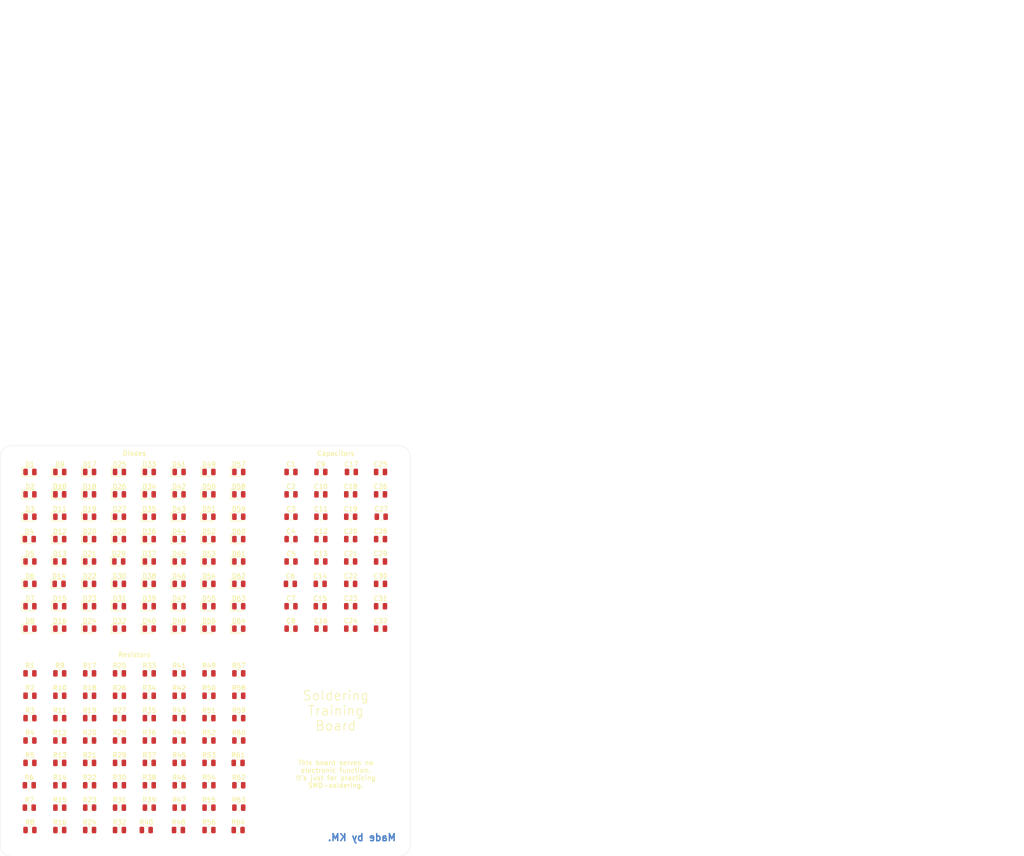
<source format=kicad_pcb>
(kicad_pcb (version 20171130) (host pcbnew "(5.1.4)-1")
  (layers (0 F.Cu signal) (31 B.Cu signal) (34 B.Paste user) (35 F.Paste user) (36 B.SilkS user) (37 F.SilkS user) (38 B.Mask user) (39 F.Mask user) (44 Edge.Cuts user))
  (net 0 "")
  (net 1 "Net-(C1-Pad2)")
  (net 2 "Net-(C1-Pad1)")
  (net 3 "Net-(C2-Pad2)")
  (net 4 "Net-(C2-Pad1)")
  (net 5 "Net-(C3-Pad2)")
  (net 6 "Net-(C3-Pad1)")
  (net 7 "Net-(C4-Pad2)")
  (net 8 "Net-(C4-Pad1)")
  (net 9 "Net-(C5-Pad2)")
  (net 10 "Net-(C5-Pad1)")
  (net 11 "Net-(C6-Pad2)")
  (net 12 "Net-(C6-Pad1)")
  (net 13 "Net-(C7-Pad2)")
  (net 14 "Net-(C7-Pad1)")
  (net 15 "Net-(C8-Pad2)")
  (net 16 "Net-(C8-Pad1)")
  (net 17 "Net-(C9-Pad2)")
  (net 18 "Net-(C9-Pad1)")
  (net 19 "Net-(C10-Pad2)")
  (net 20 "Net-(C10-Pad1)")
  (net 21 "Net-(C11-Pad2)")
  (net 22 "Net-(C11-Pad1)")
  (net 23 "Net-(C12-Pad2)")
  (net 24 "Net-(C12-Pad1)")
  (net 25 "Net-(C13-Pad2)")
  (net 26 "Net-(C13-Pad1)")
  (net 27 "Net-(C14-Pad2)")
  (net 28 "Net-(C14-Pad1)")
  (net 29 "Net-(C15-Pad2)")
  (net 30 "Net-(C15-Pad1)")
  (net 31 "Net-(C16-Pad2)")
  (net 32 "Net-(C16-Pad1)")
  (net 33 "Net-(C17-Pad2)")
  (net 34 "Net-(C17-Pad1)")
  (net 35 "Net-(C18-Pad2)")
  (net 36 "Net-(C18-Pad1)")
  (net 37 "Net-(C19-Pad2)")
  (net 38 "Net-(C19-Pad1)")
  (net 39 "Net-(C20-Pad2)")
  (net 40 "Net-(C20-Pad1)")
  (net 41 "Net-(C21-Pad2)")
  (net 42 "Net-(C21-Pad1)")
  (net 43 "Net-(C22-Pad2)")
  (net 44 "Net-(C22-Pad1)")
  (net 45 "Net-(C23-Pad2)")
  (net 46 "Net-(C23-Pad1)")
  (net 47 "Net-(C24-Pad2)")
  (net 48 "Net-(C24-Pad1)")
  (net 49 "Net-(C25-Pad2)")
  (net 50 "Net-(C25-Pad1)")
  (net 51 "Net-(C26-Pad2)")
  (net 52 "Net-(C26-Pad1)")
  (net 53 "Net-(C27-Pad2)")
  (net 54 "Net-(C27-Pad1)")
  (net 55 "Net-(C28-Pad2)")
  (net 56 "Net-(C28-Pad1)")
  (net 57 "Net-(C29-Pad2)")
  (net 58 "Net-(C29-Pad1)")
  (net 59 "Net-(C30-Pad2)")
  (net 60 "Net-(C30-Pad1)")
  (net 61 "Net-(C31-Pad2)")
  (net 62 "Net-(C31-Pad1)")
  (net 63 "Net-(C32-Pad2)")
  (net 64 "Net-(C32-Pad1)")
  (net 65 "Net-(D1-Pad2)")
  (net 66 "Net-(D1-Pad1)")
  (net 67 "Net-(D2-Pad2)")
  (net 68 "Net-(D2-Pad1)")
  (net 69 "Net-(D3-Pad2)")
  (net 70 "Net-(D3-Pad1)")
  (net 71 "Net-(D4-Pad2)")
  (net 72 "Net-(D4-Pad1)")
  (net 73 "Net-(D5-Pad2)")
  (net 74 "Net-(D5-Pad1)")
  (net 75 "Net-(D6-Pad2)")
  (net 76 "Net-(D6-Pad1)")
  (net 77 "Net-(D7-Pad2)")
  (net 78 "Net-(D7-Pad1)")
  (net 79 "Net-(D8-Pad2)")
  (net 80 "Net-(D8-Pad1)")
  (net 81 "Net-(D9-Pad2)")
  (net 82 "Net-(D9-Pad1)")
  (net 83 "Net-(D10-Pad2)")
  (net 84 "Net-(D10-Pad1)")
  (net 85 "Net-(D11-Pad2)")
  (net 86 "Net-(D11-Pad1)")
  (net 87 "Net-(D12-Pad2)")
  (net 88 "Net-(D12-Pad1)")
  (net 89 "Net-(D13-Pad2)")
  (net 90 "Net-(D13-Pad1)")
  (net 91 "Net-(D14-Pad2)")
  (net 92 "Net-(D14-Pad1)")
  (net 93 "Net-(D15-Pad2)")
  (net 94 "Net-(D15-Pad1)")
  (net 95 "Net-(D16-Pad2)")
  (net 96 "Net-(D16-Pad1)")
  (net 97 "Net-(D17-Pad2)")
  (net 98 "Net-(D17-Pad1)")
  (net 99 "Net-(D18-Pad2)")
  (net 100 "Net-(D18-Pad1)")
  (net 101 "Net-(D19-Pad2)")
  (net 102 "Net-(D19-Pad1)")
  (net 103 "Net-(D20-Pad2)")
  (net 104 "Net-(D20-Pad1)")
  (net 105 "Net-(D21-Pad2)")
  (net 106 "Net-(D21-Pad1)")
  (net 107 "Net-(D22-Pad2)")
  (net 108 "Net-(D22-Pad1)")
  (net 109 "Net-(D23-Pad2)")
  (net 110 "Net-(D23-Pad1)")
  (net 111 "Net-(D24-Pad2)")
  (net 112 "Net-(D24-Pad1)")
  (net 113 "Net-(D25-Pad2)")
  (net 114 "Net-(D25-Pad1)")
  (net 115 "Net-(D26-Pad2)")
  (net 116 "Net-(D26-Pad1)")
  (net 117 "Net-(D27-Pad2)")
  (net 118 "Net-(D27-Pad1)")
  (net 119 "Net-(D28-Pad2)")
  (net 120 "Net-(D28-Pad1)")
  (net 121 "Net-(D29-Pad2)")
  (net 122 "Net-(D29-Pad1)")
  (net 123 "Net-(D30-Pad2)")
  (net 124 "Net-(D30-Pad1)")
  (net 125 "Net-(D31-Pad2)")
  (net 126 "Net-(D31-Pad1)")
  (net 127 "Net-(D32-Pad2)")
  (net 128 "Net-(D32-Pad1)")
  (net 129 "Net-(D33-Pad2)")
  (net 130 "Net-(D33-Pad1)")
  (net 131 "Net-(D34-Pad2)")
  (net 132 "Net-(D34-Pad1)")
  (net 133 "Net-(D35-Pad2)")
  (net 134 "Net-(D35-Pad1)")
  (net 135 "Net-(D36-Pad2)")
  (net 136 "Net-(D36-Pad1)")
  (net 137 "Net-(D37-Pad2)")
  (net 138 "Net-(D37-Pad1)")
  (net 139 "Net-(D38-Pad2)")
  (net 140 "Net-(D38-Pad1)")
  (net 141 "Net-(D39-Pad2)")
  (net 142 "Net-(D39-Pad1)")
  (net 143 "Net-(D40-Pad2)")
  (net 144 "Net-(D40-Pad1)")
  (net 145 "Net-(D41-Pad2)")
  (net 146 "Net-(D41-Pad1)")
  (net 147 "Net-(D42-Pad2)")
  (net 148 "Net-(D42-Pad1)")
  (net 149 "Net-(D43-Pad2)")
  (net 150 "Net-(D43-Pad1)")
  (net 151 "Net-(D44-Pad2)")
  (net 152 "Net-(D44-Pad1)")
  (net 153 "Net-(D45-Pad2)")
  (net 154 "Net-(D45-Pad1)")
  (net 155 "Net-(D46-Pad2)")
  (net 156 "Net-(D46-Pad1)")
  (net 157 "Net-(D47-Pad2)")
  (net 158 "Net-(D47-Pad1)")
  (net 159 "Net-(D48-Pad2)")
  (net 160 "Net-(D48-Pad1)")
  (net 161 "Net-(D49-Pad2)")
  (net 162 "Net-(D49-Pad1)")
  (net 163 "Net-(D50-Pad2)")
  (net 164 "Net-(D50-Pad1)")
  (net 165 "Net-(D51-Pad2)")
  (net 166 "Net-(D51-Pad1)")
  (net 167 "Net-(D52-Pad2)")
  (net 168 "Net-(D52-Pad1)")
  (net 169 "Net-(D53-Pad2)")
  (net 170 "Net-(D53-Pad1)")
  (net 171 "Net-(D54-Pad2)")
  (net 172 "Net-(D54-Pad1)")
  (net 173 "Net-(D55-Pad2)")
  (net 174 "Net-(D55-Pad1)")
  (net 175 "Net-(D56-Pad2)")
  (net 176 "Net-(D56-Pad1)")
  (net 177 "Net-(D57-Pad2)")
  (net 178 "Net-(D57-Pad1)")
  (net 179 "Net-(D58-Pad2)")
  (net 180 "Net-(D58-Pad1)")
  (net 181 "Net-(D59-Pad2)")
  (net 182 "Net-(D59-Pad1)")
  (net 183 "Net-(D60-Pad2)")
  (net 184 "Net-(D60-Pad1)")
  (net 185 "Net-(D61-Pad2)")
  (net 186 "Net-(D61-Pad1)")
  (net 187 "Net-(D62-Pad2)")
  (net 188 "Net-(D62-Pad1)")
  (net 189 "Net-(D63-Pad2)")
  (net 190 "Net-(D63-Pad1)")
  (net 191 "Net-(D64-Pad2)")
  (net 192 "Net-(D64-Pad1)")
  (net 193 "Net-(R1-Pad2)")
  (net 194 "Net-(R1-Pad1)")
  (net 195 "Net-(R2-Pad2)")
  (net 196 "Net-(R2-Pad1)")
  (net 197 "Net-(R3-Pad2)")
  (net 198 "Net-(R3-Pad1)")
  (net 199 "Net-(R4-Pad2)")
  (net 200 "Net-(R4-Pad1)")
  (net 201 "Net-(R5-Pad2)")
  (net 202 "Net-(R5-Pad1)")
  (net 203 "Net-(R6-Pad2)")
  (net 204 "Net-(R6-Pad1)")
  (net 205 "Net-(R7-Pad2)")
  (net 206 "Net-(R7-Pad1)")
  (net 207 "Net-(R8-Pad2)")
  (net 208 "Net-(R8-Pad1)")
  (net 209 "Net-(R9-Pad2)")
  (net 210 "Net-(R9-Pad1)")
  (net 211 "Net-(R10-Pad2)")
  (net 212 "Net-(R10-Pad1)")
  (net 213 "Net-(R11-Pad2)")
  (net 214 "Net-(R11-Pad1)")
  (net 215 "Net-(R12-Pad2)")
  (net 216 "Net-(R12-Pad1)")
  (net 217 "Net-(R13-Pad2)")
  (net 218 "Net-(R13-Pad1)")
  (net 219 "Net-(R14-Pad2)")
  (net 220 "Net-(R14-Pad1)")
  (net 221 "Net-(R15-Pad2)")
  (net 222 "Net-(R15-Pad1)")
  (net 223 "Net-(R16-Pad2)")
  (net 224 "Net-(R16-Pad1)")
  (net 225 "Net-(R17-Pad2)")
  (net 226 "Net-(R17-Pad1)")
  (net 227 "Net-(R18-Pad2)")
  (net 228 "Net-(R18-Pad1)")
  (net 229 "Net-(R19-Pad2)")
  (net 230 "Net-(R19-Pad1)")
  (net 231 "Net-(R20-Pad2)")
  (net 232 "Net-(R20-Pad1)")
  (net 233 "Net-(R21-Pad2)")
  (net 234 "Net-(R21-Pad1)")
  (net 235 "Net-(R22-Pad2)")
  (net 236 "Net-(R22-Pad1)")
  (net 237 "Net-(R23-Pad2)")
  (net 238 "Net-(R23-Pad1)")
  (net 239 "Net-(R24-Pad2)")
  (net 240 "Net-(R24-Pad1)")
  (net 241 "Net-(R25-Pad2)")
  (net 242 "Net-(R25-Pad1)")
  (net 243 "Net-(R26-Pad2)")
  (net 244 "Net-(R26-Pad1)")
  (net 245 "Net-(R27-Pad2)")
  (net 246 "Net-(R27-Pad1)")
  (net 247 "Net-(R28-Pad2)")
  (net 248 "Net-(R28-Pad1)")
  (net 249 "Net-(R29-Pad2)")
  (net 250 "Net-(R29-Pad1)")
  (net 251 "Net-(R30-Pad2)")
  (net 252 "Net-(R30-Pad1)")
  (net 253 "Net-(R31-Pad2)")
  (net 254 "Net-(R31-Pad1)")
  (net 255 "Net-(R32-Pad2)")
  (net 256 "Net-(R32-Pad1)")
  (net 257 "Net-(R33-Pad2)")
  (net 258 "Net-(R33-Pad1)")
  (net 259 "Net-(R34-Pad2)")
  (net 260 "Net-(R34-Pad1)")
  (net 261 "Net-(R35-Pad2)")
  (net 262 "Net-(R35-Pad1)")
  (net 263 "Net-(R36-Pad2)")
  (net 264 "Net-(R36-Pad1)")
  (net 265 "Net-(R37-Pad2)")
  (net 266 "Net-(R37-Pad1)")
  (net 267 "Net-(R38-Pad2)")
  (net 268 "Net-(R38-Pad1)")
  (net 269 "Net-(R39-Pad2)")
  (net 270 "Net-(R39-Pad1)")
  (net 271 "Net-(R40-Pad2)")
  (net 272 "Net-(R40-Pad1)")
  (net 273 "Net-(R41-Pad2)")
  (net 274 "Net-(R41-Pad1)")
  (net 275 "Net-(R42-Pad2)")
  (net 276 "Net-(R42-Pad1)")
  (net 277 "Net-(R43-Pad2)")
  (net 278 "Net-(R43-Pad1)")
  (net 279 "Net-(R44-Pad2)")
  (net 280 "Net-(R44-Pad1)")
  (net 281 "Net-(R45-Pad2)")
  (net 282 "Net-(R45-Pad1)")
  (net 283 "Net-(R46-Pad2)")
  (net 284 "Net-(R46-Pad1)")
  (net 285 "Net-(R47-Pad2)")
  (net 286 "Net-(R47-Pad1)")
  (net 287 "Net-(R48-Pad2)")
  (net 288 "Net-(R48-Pad1)")
  (net 289 "Net-(R49-Pad2)")
  (net 290 "Net-(R49-Pad1)")
  (net 291 "Net-(R50-Pad2)")
  (net 292 "Net-(R50-Pad1)")
  (net 293 "Net-(R51-Pad2)")
  (net 294 "Net-(R51-Pad1)")
  (net 295 "Net-(R52-Pad2)")
  (net 296 "Net-(R52-Pad1)")
  (net 297 "Net-(R53-Pad2)")
  (net 298 "Net-(R53-Pad1)")
  (net 299 "Net-(R54-Pad2)")
  (net 300 "Net-(R54-Pad1)")
  (net 301 "Net-(R55-Pad2)")
  (net 302 "Net-(R55-Pad1)")
  (net 303 "Net-(R56-Pad2)")
  (net 304 "Net-(R56-Pad1)")
  (net 305 "Net-(R57-Pad2)")
  (net 306 "Net-(R57-Pad1)")
  (net 307 "Net-(R58-Pad2)")
  (net 308 "Net-(R58-Pad1)")
  (net 309 "Net-(R59-Pad2)")
  (net 310 "Net-(R59-Pad1)")
  (net 311 "Net-(R60-Pad2)")
  (net 312 "Net-(R60-Pad1)")
  (net 313 "Net-(R61-Pad2)")
  (net 314 "Net-(R61-Pad1)")
  (net 315 "Net-(R62-Pad2)")
  (net 316 "Net-(R62-Pad1)")
  (net 317 "Net-(R63-Pad2)")
  (net 318 "Net-(R63-Pad1)")
  (net 319 "Net-(R64-Pad2)")
  (net 320 "Net-(R64-Pad1)")
  (module Diode_SMD:D_0805_2012Metric (layer F.Cu) (at 105.56875 104.775)
    (fp_text reference D10 (at 0 -1.65) (layer F.SilkS))
    (fp_text value D_Small)
    (pad 1 smd roundrect (at -0.9375 0) (size 0.975 1.4) (layers F.Cu F.Paste F.Mask) (net 84 "Net-(D10-Pad1)"))
    (pad 2 smd roundrect (at 0.9375 0) (size 0.975 1.4) (layers F.Cu F.Paste F.Mask) (net 83 "Net-(D10-Pad2)"))
  )
  (module Resistor_SMD:R_0805_2012Metric (layer F.Cu) (at 143.525 176.2125)
    (fp_text reference R64 (at 0 -1.65) (layer F.SilkS))
    (fp_text value R_Small)
    (pad 2 smd roundrect (at 0.9375 0) (size 0.975 1.4) (layers F.Cu F.Paste F.Mask) (net 319 "Net-(R64-Pad2)"))
    (pad 1 smd roundrect (at -0.9375 0) (size 0.975 1.4) (layers F.Cu F.Paste F.Mask) (net 320 "Net-(R64-Pad1)"))
  )
  (module Resistor_SMD:R_0805_2012Metric (layer F.Cu) (at 143.66875 171.45)
    (fp_text reference R63 (at 0 -1.65) (layer F.SilkS))
    (fp_text value R_Small)
    (pad 2 smd roundrect (at 0.9375 0) (size 0.975 1.4) (layers F.Cu F.Paste F.Mask) (net 317 "Net-(R63-Pad2)"))
    (pad 1 smd roundrect (at -0.9375 0) (size 0.975 1.4) (layers F.Cu F.Paste F.Mask) (net 318 "Net-(R63-Pad1)"))
  )
  (module Resistor_SMD:R_0805_2012Metric (layer F.Cu) (at 143.66875 166.6875)
    (fp_text reference R62 (at 0 -1.65) (layer F.SilkS))
    (fp_text value R_Small)
    (pad 2 smd roundrect (at 0.9375 0) (size 0.975 1.4) (layers F.Cu F.Paste F.Mask) (net 315 "Net-(R62-Pad2)"))
    (pad 1 smd roundrect (at -0.9375 0) (size 0.975 1.4) (layers F.Cu F.Paste F.Mask) (net 316 "Net-(R62-Pad1)"))
  )
  (module Resistor_SMD:R_0805_2012Metric (layer F.Cu) (at 143.525 161.925)
    (fp_text reference R61 (at 0 -1.65) (layer F.SilkS))
    (fp_text value R_Small)
    (pad 2 smd roundrect (at 0.9375 0) (size 0.975 1.4) (layers F.Cu F.Paste F.Mask) (net 313 "Net-(R61-Pad2)"))
    (pad 1 smd roundrect (at -0.9375 0) (size 0.975 1.4) (layers F.Cu F.Paste F.Mask) (net 314 "Net-(R61-Pad1)"))
  )
  (module Resistor_SMD:R_0805_2012Metric (layer F.Cu) (at 143.66875 157.1625)
    (fp_text reference R60 (at 0 -1.65) (layer F.SilkS))
    (fp_text value R_Small)
    (pad 2 smd roundrect (at 0.9375 0) (size 0.975 1.4) (layers F.Cu F.Paste F.Mask) (net 311 "Net-(R60-Pad2)"))
    (pad 1 smd roundrect (at -0.9375 0) (size 0.975 1.4) (layers F.Cu F.Paste F.Mask) (net 312 "Net-(R60-Pad1)"))
  )
  (module Resistor_SMD:R_0805_2012Metric (layer F.Cu) (at 143.66875 152.4)
    (fp_text reference R59 (at 0 -1.65) (layer F.SilkS))
    (fp_text value R_Small)
    (pad 2 smd roundrect (at 0.9375 0) (size 0.975 1.4) (layers F.Cu F.Paste F.Mask) (net 309 "Net-(R59-Pad2)"))
    (pad 1 smd roundrect (at -0.9375 0) (size 0.975 1.4) (layers F.Cu F.Paste F.Mask) (net 310 "Net-(R59-Pad1)"))
  )
  (module Resistor_SMD:R_0805_2012Metric (layer F.Cu) (at 143.66875 147.6375)
    (fp_text reference R58 (at 0 -1.65) (layer F.SilkS))
    (fp_text value R_Small)
    (pad 2 smd roundrect (at 0.9375 0) (size 0.975 1.4) (layers F.Cu F.Paste F.Mask) (net 307 "Net-(R58-Pad2)"))
    (pad 1 smd roundrect (at -0.9375 0) (size 0.975 1.4) (layers F.Cu F.Paste F.Mask) (net 308 "Net-(R58-Pad1)"))
  )
  (module Resistor_SMD:R_0805_2012Metric (layer F.Cu) (at 143.66875 142.875)
    (fp_text reference R57 (at 0 -1.65) (layer F.SilkS))
    (fp_text value R_Small)
    (pad 2 smd roundrect (at 0.9375 0) (size 0.975 1.4) (layers F.Cu F.Paste F.Mask) (net 305 "Net-(R57-Pad2)"))
    (pad 1 smd roundrect (at -0.9375 0) (size 0.975 1.4) (layers F.Cu F.Paste F.Mask) (net 306 "Net-(R57-Pad1)"))
  )
  (module Resistor_SMD:R_0805_2012Metric (layer F.Cu) (at 137.31875 176.2125)
    (fp_text reference R56 (at 0 -1.65) (layer F.SilkS))
    (fp_text value R_Small)
    (pad 2 smd roundrect (at 0.9375 0) (size 0.975 1.4) (layers F.Cu F.Paste F.Mask) (net 303 "Net-(R56-Pad2)"))
    (pad 1 smd roundrect (at -0.9375 0) (size 0.975 1.4) (layers F.Cu F.Paste F.Mask) (net 304 "Net-(R56-Pad1)"))
  )
  (module Resistor_SMD:R_0805_2012Metric (layer F.Cu) (at 137.31875 171.45)
    (fp_text reference R55 (at 0 -1.65) (layer F.SilkS))
    (fp_text value R_Small)
    (pad 2 smd roundrect (at 0.9375 0) (size 0.975 1.4) (layers F.Cu F.Paste F.Mask) (net 301 "Net-(R55-Pad2)"))
    (pad 1 smd roundrect (at -0.9375 0) (size 0.975 1.4) (layers F.Cu F.Paste F.Mask) (net 302 "Net-(R55-Pad1)"))
  )
  (module Resistor_SMD:R_0805_2012Metric (layer F.Cu) (at 137.31875 166.6875)
    (fp_text reference R54 (at 0 -1.65) (layer F.SilkS))
    (fp_text value R_Small)
    (pad 2 smd roundrect (at 0.9375 0) (size 0.975 1.4) (layers F.Cu F.Paste F.Mask) (net 299 "Net-(R54-Pad2)"))
    (pad 1 smd roundrect (at -0.9375 0) (size 0.975 1.4) (layers F.Cu F.Paste F.Mask) (net 300 "Net-(R54-Pad1)"))
  )
  (module Resistor_SMD:R_0805_2012Metric (layer F.Cu) (at 137.31875 161.925)
    (fp_text reference R53 (at 0 -1.65) (layer F.SilkS))
    (fp_text value R_Small)
    (pad 2 smd roundrect (at 0.9375 0) (size 0.975 1.4) (layers F.Cu F.Paste F.Mask) (net 297 "Net-(R53-Pad2)"))
    (pad 1 smd roundrect (at -0.9375 0) (size 0.975 1.4) (layers F.Cu F.Paste F.Mask) (net 298 "Net-(R53-Pad1)"))
  )
  (module Resistor_SMD:R_0805_2012Metric (layer F.Cu) (at 137.31875 157.1625)
    (fp_text reference R52 (at 0 -1.65) (layer F.SilkS))
    (fp_text value R_Small)
    (pad 2 smd roundrect (at 0.9375 0) (size 0.975 1.4) (layers F.Cu F.Paste F.Mask) (net 295 "Net-(R52-Pad2)"))
    (pad 1 smd roundrect (at -0.9375 0) (size 0.975 1.4) (layers F.Cu F.Paste F.Mask) (net 296 "Net-(R52-Pad1)"))
  )
  (module Resistor_SMD:R_0805_2012Metric (layer F.Cu) (at 137.31875 152.4)
    (fp_text reference R51 (at 0 -1.65) (layer F.SilkS))
    (fp_text value R_Small)
    (pad 2 smd roundrect (at 0.9375 0) (size 0.975 1.4) (layers F.Cu F.Paste F.Mask) (net 293 "Net-(R51-Pad2)"))
    (pad 1 smd roundrect (at -0.9375 0) (size 0.975 1.4) (layers F.Cu F.Paste F.Mask) (net 294 "Net-(R51-Pad1)"))
  )
  (module Resistor_SMD:R_0805_2012Metric (layer F.Cu) (at 137.31875 147.6375)
    (fp_text reference R50 (at 0 -1.65) (layer F.SilkS))
    (fp_text value R_Small)
    (pad 2 smd roundrect (at 0.9375 0) (size 0.975 1.4) (layers F.Cu F.Paste F.Mask) (net 291 "Net-(R50-Pad2)"))
    (pad 1 smd roundrect (at -0.9375 0) (size 0.975 1.4) (layers F.Cu F.Paste F.Mask) (net 292 "Net-(R50-Pad1)"))
  )
  (module Resistor_SMD:R_0805_2012Metric (layer F.Cu) (at 137.31875 142.875)
    (fp_text reference R49 (at 0 -1.65) (layer F.SilkS))
    (fp_text value R_Small)
    (pad 2 smd roundrect (at 0.9375 0) (size 0.975 1.4) (layers F.Cu F.Paste F.Mask) (net 289 "Net-(R49-Pad2)"))
    (pad 1 smd roundrect (at -0.9375 0) (size 0.975 1.4) (layers F.Cu F.Paste F.Mask) (net 290 "Net-(R49-Pad1)"))
  )
  (module Resistor_SMD:R_0805_2012Metric (layer F.Cu) (at 130.825 176.2125)
    (fp_text reference R48 (at 0 -1.65) (layer F.SilkS))
    (fp_text value R_Small)
    (pad 2 smd roundrect (at 0.9375 0) (size 0.975 1.4) (layers F.Cu F.Paste F.Mask) (net 287 "Net-(R48-Pad2)"))
    (pad 1 smd roundrect (at -0.9375 0) (size 0.975 1.4) (layers F.Cu F.Paste F.Mask) (net 288 "Net-(R48-Pad1)"))
  )
  (module Resistor_SMD:R_0805_2012Metric (layer F.Cu) (at 130.96875 171.45)
    (fp_text reference R47 (at 0 -1.65) (layer F.SilkS))
    (fp_text value R_Small)
    (pad 2 smd roundrect (at 0.9375 0) (size 0.975 1.4) (layers F.Cu F.Paste F.Mask) (net 285 "Net-(R47-Pad2)"))
    (pad 1 smd roundrect (at -0.9375 0) (size 0.975 1.4) (layers F.Cu F.Paste F.Mask) (net 286 "Net-(R47-Pad1)"))
  )
  (module Resistor_SMD:R_0805_2012Metric (layer F.Cu) (at 130.96875 166.6875)
    (fp_text reference R46 (at 0 -1.65) (layer F.SilkS))
    (fp_text value R_Small)
    (pad 2 smd roundrect (at 0.9375 0) (size 0.975 1.4) (layers F.Cu F.Paste F.Mask) (net 283 "Net-(R46-Pad2)"))
    (pad 1 smd roundrect (at -0.9375 0) (size 0.975 1.4) (layers F.Cu F.Paste F.Mask) (net 284 "Net-(R46-Pad1)"))
  )
  (module Resistor_SMD:R_0805_2012Metric (layer F.Cu) (at 130.96875 161.925)
    (fp_text reference R45 (at 0 -1.65) (layer F.SilkS))
    (fp_text value R_Small)
    (pad 2 smd roundrect (at 0.9375 0) (size 0.975 1.4) (layers F.Cu F.Paste F.Mask) (net 281 "Net-(R45-Pad2)"))
    (pad 1 smd roundrect (at -0.9375 0) (size 0.975 1.4) (layers F.Cu F.Paste F.Mask) (net 282 "Net-(R45-Pad1)"))
  )
  (module Resistor_SMD:R_0805_2012Metric (layer F.Cu) (at 130.96875 157.1625)
    (fp_text reference R44 (at 0 -1.65) (layer F.SilkS))
    (fp_text value R_Small)
    (pad 2 smd roundrect (at 0.9375 0) (size 0.975 1.4) (layers F.Cu F.Paste F.Mask) (net 279 "Net-(R44-Pad2)"))
    (pad 1 smd roundrect (at -0.9375 0) (size 0.975 1.4) (layers F.Cu F.Paste F.Mask) (net 280 "Net-(R44-Pad1)"))
  )
  (module Resistor_SMD:R_0805_2012Metric (layer F.Cu) (at 130.96875 152.4)
    (fp_text reference R43 (at 0 -1.65) (layer F.SilkS))
    (fp_text value R_Small)
    (pad 2 smd roundrect (at 0.9375 0) (size 0.975 1.4) (layers F.Cu F.Paste F.Mask) (net 277 "Net-(R43-Pad2)"))
    (pad 1 smd roundrect (at -0.9375 0) (size 0.975 1.4) (layers F.Cu F.Paste F.Mask) (net 278 "Net-(R43-Pad1)"))
  )
  (module Resistor_SMD:R_0805_2012Metric (layer F.Cu) (at 130.96875 147.6375)
    (fp_text reference R42 (at 0 -1.65) (layer F.SilkS))
    (fp_text value R_Small)
    (pad 2 smd roundrect (at 0.9375 0) (size 0.975 1.4) (layers F.Cu F.Paste F.Mask) (net 275 "Net-(R42-Pad2)"))
    (pad 1 smd roundrect (at -0.9375 0) (size 0.975 1.4) (layers F.Cu F.Paste F.Mask) (net 276 "Net-(R42-Pad1)"))
  )
  (module Resistor_SMD:R_0805_2012Metric (layer F.Cu) (at 130.96875 142.875)
    (fp_text reference R41 (at 0 -1.65) (layer F.SilkS))
    (fp_text value R_Small)
    (pad 2 smd roundrect (at 0.9375 0) (size 0.975 1.4) (layers F.Cu F.Paste F.Mask) (net 273 "Net-(R41-Pad2)"))
    (pad 1 smd roundrect (at -0.9375 0) (size 0.975 1.4) (layers F.Cu F.Paste F.Mask) (net 274 "Net-(R41-Pad1)"))
  )
  (module Resistor_SMD:R_0805_2012Metric (layer F.Cu) (at 123.96875 176.2125)
    (fp_text reference R40 (at 0 -1.65) (layer F.SilkS))
    (fp_text value R_Small)
    (pad 2 smd roundrect (at 0.9375 0) (size 0.975 1.4) (layers F.Cu F.Paste F.Mask) (net 271 "Net-(R40-Pad2)"))
    (pad 1 smd roundrect (at -0.9375 0) (size 0.975 1.4) (layers F.Cu F.Paste F.Mask) (net 272 "Net-(R40-Pad1)"))
  )
  (module Resistor_SMD:R_0805_2012Metric (layer F.Cu) (at 124.61875 171.45)
    (fp_text reference R39 (at 0 -1.65) (layer F.SilkS))
    (fp_text value R_Small)
    (pad 2 smd roundrect (at 0.9375 0) (size 0.975 1.4) (layers F.Cu F.Paste F.Mask) (net 269 "Net-(R39-Pad2)"))
    (pad 1 smd roundrect (at -0.9375 0) (size 0.975 1.4) (layers F.Cu F.Paste F.Mask) (net 270 "Net-(R39-Pad1)"))
  )
  (module Resistor_SMD:R_0805_2012Metric (layer F.Cu) (at 124.61875 166.6875)
    (fp_text reference R38 (at 0 -1.65) (layer F.SilkS))
    (fp_text value R_Small)
    (pad 2 smd roundrect (at 0.9375 0) (size 0.975 1.4) (layers F.Cu F.Paste F.Mask) (net 267 "Net-(R38-Pad2)"))
    (pad 1 smd roundrect (at -0.9375 0) (size 0.975 1.4) (layers F.Cu F.Paste F.Mask) (net 268 "Net-(R38-Pad1)"))
  )
  (module Resistor_SMD:R_0805_2012Metric (layer F.Cu) (at 124.61875 161.925)
    (fp_text reference R37 (at 0 -1.65) (layer F.SilkS))
    (fp_text value R_Small)
    (pad 2 smd roundrect (at 0.9375 0) (size 0.975 1.4) (layers F.Cu F.Paste F.Mask) (net 265 "Net-(R37-Pad2)"))
    (pad 1 smd roundrect (at -0.9375 0) (size 0.975 1.4) (layers F.Cu F.Paste F.Mask) (net 266 "Net-(R37-Pad1)"))
  )
  (module Resistor_SMD:R_0805_2012Metric (layer F.Cu) (at 124.61875 157.1625)
    (fp_text reference R36 (at 0 -1.65) (layer F.SilkS))
    (fp_text value R_Small)
    (pad 2 smd roundrect (at 0.9375 0) (size 0.975 1.4) (layers F.Cu F.Paste F.Mask) (net 263 "Net-(R36-Pad2)"))
    (pad 1 smd roundrect (at -0.9375 0) (size 0.975 1.4) (layers F.Cu F.Paste F.Mask) (net 264 "Net-(R36-Pad1)"))
  )
  (module Resistor_SMD:R_0805_2012Metric (layer F.Cu) (at 124.61875 152.4)
    (fp_text reference R35 (at 0 -1.65) (layer F.SilkS))
    (fp_text value R_Small)
    (pad 2 smd roundrect (at 0.9375 0) (size 0.975 1.4) (layers F.Cu F.Paste F.Mask) (net 261 "Net-(R35-Pad2)"))
    (pad 1 smd roundrect (at -0.9375 0) (size 0.975 1.4) (layers F.Cu F.Paste F.Mask) (net 262 "Net-(R35-Pad1)"))
  )
  (module Resistor_SMD:R_0805_2012Metric (layer F.Cu) (at 124.61875 147.6375)
    (fp_text reference R34 (at 0 -1.65) (layer F.SilkS))
    (fp_text value R_Small)
    (pad 2 smd roundrect (at 0.9375 0) (size 0.975 1.4) (layers F.Cu F.Paste F.Mask) (net 259 "Net-(R34-Pad2)"))
    (pad 1 smd roundrect (at -0.9375 0) (size 0.975 1.4) (layers F.Cu F.Paste F.Mask) (net 260 "Net-(R34-Pad1)"))
  )
  (module Resistor_SMD:R_0805_2012Metric (layer F.Cu) (at 124.61875 142.875)
    (fp_text reference R33 (at 0 -1.65) (layer F.SilkS))
    (fp_text value R_Small)
    (pad 2 smd roundrect (at 0.9375 0) (size 0.975 1.4) (layers F.Cu F.Paste F.Mask) (net 257 "Net-(R33-Pad2)"))
    (pad 1 smd roundrect (at -0.9375 0) (size 0.975 1.4) (layers F.Cu F.Paste F.Mask) (net 258 "Net-(R33-Pad1)"))
  )
  (module Resistor_SMD:R_0805_2012Metric (layer F.Cu) (at 118.26875 176.2125)
    (fp_text reference R32 (at 0 -1.65) (layer F.SilkS))
    (fp_text value R_Small)
    (pad 2 smd roundrect (at 0.9375 0) (size 0.975 1.4) (layers F.Cu F.Paste F.Mask) (net 255 "Net-(R32-Pad2)"))
    (pad 1 smd roundrect (at -0.9375 0) (size 0.975 1.4) (layers F.Cu F.Paste F.Mask) (net 256 "Net-(R32-Pad1)"))
  )
  (module Resistor_SMD:R_0805_2012Metric (layer F.Cu) (at 118.26875 171.45)
    (fp_text reference R31 (at 0 -1.65) (layer F.SilkS))
    (fp_text value R_Small)
    (pad 2 smd roundrect (at 0.9375 0) (size 0.975 1.4) (layers F.Cu F.Paste F.Mask) (net 253 "Net-(R31-Pad2)"))
    (pad 1 smd roundrect (at -0.9375 0) (size 0.975 1.4) (layers F.Cu F.Paste F.Mask) (net 254 "Net-(R31-Pad1)"))
  )
  (module Resistor_SMD:R_0805_2012Metric (layer F.Cu) (at 118.26875 166.6875)
    (fp_text reference R30 (at 0 -1.65) (layer F.SilkS))
    (fp_text value R_Small)
    (pad 2 smd roundrect (at 0.9375 0) (size 0.975 1.4) (layers F.Cu F.Paste F.Mask) (net 251 "Net-(R30-Pad2)"))
    (pad 1 smd roundrect (at -0.9375 0) (size 0.975 1.4) (layers F.Cu F.Paste F.Mask) (net 252 "Net-(R30-Pad1)"))
  )
  (module Resistor_SMD:R_0805_2012Metric (layer F.Cu) (at 118.26875 161.925)
    (fp_text reference R29 (at 0 -1.65) (layer F.SilkS))
    (fp_text value R_Small)
    (pad 2 smd roundrect (at 0.9375 0) (size 0.975 1.4) (layers F.Cu F.Paste F.Mask) (net 249 "Net-(R29-Pad2)"))
    (pad 1 smd roundrect (at -0.9375 0) (size 0.975 1.4) (layers F.Cu F.Paste F.Mask) (net 250 "Net-(R29-Pad1)"))
  )
  (module Resistor_SMD:R_0805_2012Metric (layer F.Cu) (at 118.26875 157.1625)
    (fp_text reference R28 (at 0 -1.65) (layer F.SilkS))
    (fp_text value R_Small)
    (pad 2 smd roundrect (at 0.9375 0) (size 0.975 1.4) (layers F.Cu F.Paste F.Mask) (net 247 "Net-(R28-Pad2)"))
    (pad 1 smd roundrect (at -0.9375 0) (size 0.975 1.4) (layers F.Cu F.Paste F.Mask) (net 248 "Net-(R28-Pad1)"))
  )
  (module Resistor_SMD:R_0805_2012Metric (layer F.Cu) (at 118.26875 152.4)
    (fp_text reference R27 (at 0 -1.65) (layer F.SilkS))
    (fp_text value R_Small)
    (pad 2 smd roundrect (at 0.9375 0) (size 0.975 1.4) (layers F.Cu F.Paste F.Mask) (net 245 "Net-(R27-Pad2)"))
    (pad 1 smd roundrect (at -0.9375 0) (size 0.975 1.4) (layers F.Cu F.Paste F.Mask) (net 246 "Net-(R27-Pad1)"))
  )
  (module Resistor_SMD:R_0805_2012Metric (layer F.Cu) (at 118.26875 147.6375)
    (fp_text reference R26 (at 0 -1.65) (layer F.SilkS))
    (fp_text value R_Small)
    (pad 2 smd roundrect (at 0.9375 0) (size 0.975 1.4) (layers F.Cu F.Paste F.Mask) (net 243 "Net-(R26-Pad2)"))
    (pad 1 smd roundrect (at -0.9375 0) (size 0.975 1.4) (layers F.Cu F.Paste F.Mask) (net 244 "Net-(R26-Pad1)"))
  )
  (module Resistor_SMD:R_0805_2012Metric (layer F.Cu) (at 118.26875 142.875)
    (fp_text reference R25 (at 0 -1.65) (layer F.SilkS))
    (fp_text value R_Small)
    (pad 2 smd roundrect (at 0.9375 0) (size 0.975 1.4) (layers F.Cu F.Paste F.Mask) (net 241 "Net-(R25-Pad2)"))
    (pad 1 smd roundrect (at -0.9375 0) (size 0.975 1.4) (layers F.Cu F.Paste F.Mask) (net 242 "Net-(R25-Pad1)"))
  )
  (module Resistor_SMD:R_0805_2012Metric (layer F.Cu) (at 111.91875 176.2125)
    (fp_text reference R24 (at 0 -1.65) (layer F.SilkS))
    (fp_text value R_Small)
    (pad 2 smd roundrect (at 0.9375 0) (size 0.975 1.4) (layers F.Cu F.Paste F.Mask) (net 239 "Net-(R24-Pad2)"))
    (pad 1 smd roundrect (at -0.9375 0) (size 0.975 1.4) (layers F.Cu F.Paste F.Mask) (net 240 "Net-(R24-Pad1)"))
  )
  (module Resistor_SMD:R_0805_2012Metric (layer F.Cu) (at 111.91875 171.45)
    (fp_text reference R23 (at 0 -1.65) (layer F.SilkS))
    (fp_text value R_Small)
    (pad 2 smd roundrect (at 0.9375 0) (size 0.975 1.4) (layers F.Cu F.Paste F.Mask) (net 237 "Net-(R23-Pad2)"))
    (pad 1 smd roundrect (at -0.9375 0) (size 0.975 1.4) (layers F.Cu F.Paste F.Mask) (net 238 "Net-(R23-Pad1)"))
  )
  (module Resistor_SMD:R_0805_2012Metric (layer F.Cu) (at 111.91875 166.6875)
    (fp_text reference R22 (at 0 -1.65) (layer F.SilkS))
    (fp_text value R_Small)
    (pad 2 smd roundrect (at 0.9375 0) (size 0.975 1.4) (layers F.Cu F.Paste F.Mask) (net 235 "Net-(R22-Pad2)"))
    (pad 1 smd roundrect (at -0.9375 0) (size 0.975 1.4) (layers F.Cu F.Paste F.Mask) (net 236 "Net-(R22-Pad1)"))
  )
  (module Resistor_SMD:R_0805_2012Metric (layer F.Cu) (at 111.91875 161.925)
    (fp_text reference R21 (at 0 -1.65) (layer F.SilkS))
    (fp_text value R_Small)
    (pad 2 smd roundrect (at 0.9375 0) (size 0.975 1.4) (layers F.Cu F.Paste F.Mask) (net 233 "Net-(R21-Pad2)"))
    (pad 1 smd roundrect (at -0.9375 0) (size 0.975 1.4) (layers F.Cu F.Paste F.Mask) (net 234 "Net-(R21-Pad1)"))
  )
  (module Resistor_SMD:R_0805_2012Metric (layer F.Cu) (at 111.91875 157.1625)
    (fp_text reference R20 (at 0 -1.65) (layer F.SilkS))
    (fp_text value R_Small)
    (pad 2 smd roundrect (at 0.9375 0) (size 0.975 1.4) (layers F.Cu F.Paste F.Mask) (net 231 "Net-(R20-Pad2)"))
    (pad 1 smd roundrect (at -0.9375 0) (size 0.975 1.4) (layers F.Cu F.Paste F.Mask) (net 232 "Net-(R20-Pad1)"))
  )
  (module Resistor_SMD:R_0805_2012Metric (layer F.Cu) (at 111.91875 152.4)
    (fp_text reference R19 (at 0 -1.65) (layer F.SilkS))
    (fp_text value R_Small)
    (pad 2 smd roundrect (at 0.9375 0) (size 0.975 1.4) (layers F.Cu F.Paste F.Mask) (net 229 "Net-(R19-Pad2)"))
    (pad 1 smd roundrect (at -0.9375 0) (size 0.975 1.4) (layers F.Cu F.Paste F.Mask) (net 230 "Net-(R19-Pad1)"))
  )
  (module Resistor_SMD:R_0805_2012Metric (layer F.Cu) (at 111.91875 147.6375)
    (fp_text reference R18 (at 0 -1.65) (layer F.SilkS))
    (fp_text value R_Small)
    (pad 2 smd roundrect (at 0.9375 0) (size 0.975 1.4) (layers F.Cu F.Paste F.Mask) (net 227 "Net-(R18-Pad2)"))
    (pad 1 smd roundrect (at -0.9375 0) (size 0.975 1.4) (layers F.Cu F.Paste F.Mask) (net 228 "Net-(R18-Pad1)"))
  )
  (module Resistor_SMD:R_0805_2012Metric (layer F.Cu) (at 111.91875 142.875)
    (fp_text reference R17 (at 0 -1.65) (layer F.SilkS))
    (fp_text value R_Small)
    (pad 2 smd roundrect (at 0.9375 0) (size 0.975 1.4) (layers F.Cu F.Paste F.Mask) (net 225 "Net-(R17-Pad2)"))
    (pad 1 smd roundrect (at -0.9375 0) (size 0.975 1.4) (layers F.Cu F.Paste F.Mask) (net 226 "Net-(R17-Pad1)"))
  )
  (module Resistor_SMD:R_0805_2012Metric (layer F.Cu) (at 105.56875 176.2125)
    (fp_text reference R16 (at 0 -1.65) (layer F.SilkS))
    (fp_text value R_Small)
    (pad 2 smd roundrect (at 0.9375 0) (size 0.975 1.4) (layers F.Cu F.Paste F.Mask) (net 223 "Net-(R16-Pad2)"))
    (pad 1 smd roundrect (at -0.9375 0) (size 0.975 1.4) (layers F.Cu F.Paste F.Mask) (net 224 "Net-(R16-Pad1)"))
  )
  (module Resistor_SMD:R_0805_2012Metric (layer F.Cu) (at 105.56875 171.45)
    (fp_text reference R15 (at 0 -1.65) (layer F.SilkS))
    (fp_text value R_Small)
    (pad 2 smd roundrect (at 0.9375 0) (size 0.975 1.4) (layers F.Cu F.Paste F.Mask) (net 221 "Net-(R15-Pad2)"))
    (pad 1 smd roundrect (at -0.9375 0) (size 0.975 1.4) (layers F.Cu F.Paste F.Mask) (net 222 "Net-(R15-Pad1)"))
  )
  (module Resistor_SMD:R_0805_2012Metric (layer F.Cu) (at 105.56875 166.6875)
    (fp_text reference R14 (at 0 -1.65) (layer F.SilkS))
    (fp_text value R_Small)
    (pad 2 smd roundrect (at 0.9375 0) (size 0.975 1.4) (layers F.Cu F.Paste F.Mask) (net 219 "Net-(R14-Pad2)"))
    (pad 1 smd roundrect (at -0.9375 0) (size 0.975 1.4) (layers F.Cu F.Paste F.Mask) (net 220 "Net-(R14-Pad1)"))
  )
  (module Resistor_SMD:R_0805_2012Metric (layer F.Cu) (at 105.56875 161.925)
    (fp_text reference R13 (at 0 -1.65) (layer F.SilkS))
    (fp_text value R_Small)
    (pad 2 smd roundrect (at 0.9375 0) (size 0.975 1.4) (layers F.Cu F.Paste F.Mask) (net 217 "Net-(R13-Pad2)"))
    (pad 1 smd roundrect (at -0.9375 0) (size 0.975 1.4) (layers F.Cu F.Paste F.Mask) (net 218 "Net-(R13-Pad1)"))
  )
  (module Resistor_SMD:R_0805_2012Metric (layer F.Cu) (at 105.56875 157.1625)
    (fp_text reference R12 (at 0 -1.65) (layer F.SilkS))
    (fp_text value R_Small)
    (pad 2 smd roundrect (at 0.9375 0) (size 0.975 1.4) (layers F.Cu F.Paste F.Mask) (net 215 "Net-(R12-Pad2)"))
    (pad 1 smd roundrect (at -0.9375 0) (size 0.975 1.4) (layers F.Cu F.Paste F.Mask) (net 216 "Net-(R12-Pad1)"))
  )
  (module Resistor_SMD:R_0805_2012Metric (layer F.Cu) (at 105.56875 152.4)
    (fp_text reference R11 (at 0 -1.65) (layer F.SilkS))
    (fp_text value R_Small)
    (pad 2 smd roundrect (at 0.9375 0) (size 0.975 1.4) (layers F.Cu F.Paste F.Mask) (net 213 "Net-(R11-Pad2)"))
    (pad 1 smd roundrect (at -0.9375 0) (size 0.975 1.4) (layers F.Cu F.Paste F.Mask) (net 214 "Net-(R11-Pad1)"))
  )
  (module Resistor_SMD:R_0805_2012Metric (layer F.Cu) (at 105.56875 147.6375)
    (fp_text reference R10 (at 0 -1.65) (layer F.SilkS))
    (fp_text value R_Small)
    (pad 2 smd roundrect (at 0.9375 0) (size 0.975 1.4) (layers F.Cu F.Paste F.Mask) (net 211 "Net-(R10-Pad2)"))
    (pad 1 smd roundrect (at -0.9375 0) (size 0.975 1.4) (layers F.Cu F.Paste F.Mask) (net 212 "Net-(R10-Pad1)"))
  )
  (module Resistor_SMD:R_0805_2012Metric (layer F.Cu) (at 105.56875 142.875)
    (fp_text reference R9 (at 0 -1.65) (layer F.SilkS))
    (fp_text value R_Small)
    (pad 2 smd roundrect (at 0.9375 0) (size 0.975 1.4) (layers F.Cu F.Paste F.Mask) (net 209 "Net-(R9-Pad2)"))
    (pad 1 smd roundrect (at -0.9375 0) (size 0.975 1.4) (layers F.Cu F.Paste F.Mask) (net 210 "Net-(R9-Pad1)"))
  )
  (module Resistor_SMD:R_0805_2012Metric (layer F.Cu) (at 99.21875 176.2125)
    (fp_text reference R8 (at 0 -1.65) (layer F.SilkS))
    (fp_text value R_Small)
    (pad 2 smd roundrect (at 0.9375 0) (size 0.975 1.4) (layers F.Cu F.Paste F.Mask) (net 207 "Net-(R8-Pad2)"))
    (pad 1 smd roundrect (at -0.9375 0) (size 0.975 1.4) (layers F.Cu F.Paste F.Mask) (net 208 "Net-(R8-Pad1)"))
  )
  (module Resistor_SMD:R_0805_2012Metric (layer F.Cu) (at 99.075 171.45)
    (fp_text reference R7 (at 0 -1.65) (layer F.SilkS))
    (fp_text value R_Small)
    (pad 2 smd roundrect (at 0.9375 0) (size 0.975 1.4) (layers F.Cu F.Paste F.Mask) (net 205 "Net-(R7-Pad2)"))
    (pad 1 smd roundrect (at -0.9375 0) (size 0.975 1.4) (layers F.Cu F.Paste F.Mask) (net 206 "Net-(R7-Pad1)"))
  )
  (module Resistor_SMD:R_0805_2012Metric (layer F.Cu) (at 99.075 166.6875)
    (fp_text reference R6 (at 0 -1.65) (layer F.SilkS))
    (fp_text value R_Small)
    (pad 2 smd roundrect (at 0.9375 0) (size 0.975 1.4) (layers F.Cu F.Paste F.Mask) (net 203 "Net-(R6-Pad2)"))
    (pad 1 smd roundrect (at -0.9375 0) (size 0.975 1.4) (layers F.Cu F.Paste F.Mask) (net 204 "Net-(R6-Pad1)"))
  )
  (module Resistor_SMD:R_0805_2012Metric (layer F.Cu) (at 99.21875 161.925)
    (fp_text reference R5 (at 0 -1.65) (layer F.SilkS))
    (fp_text value R_Small)
    (pad 2 smd roundrect (at 0.9375 0) (size 0.975 1.4) (layers F.Cu F.Paste F.Mask) (net 201 "Net-(R5-Pad2)"))
    (pad 1 smd roundrect (at -0.9375 0) (size 0.975 1.4) (layers F.Cu F.Paste F.Mask) (net 202 "Net-(R5-Pad1)"))
  )
  (module Resistor_SMD:R_0805_2012Metric (layer F.Cu) (at 99.21875 157.1625)
    (fp_text reference R4 (at 0 -1.65) (layer F.SilkS))
    (fp_text value R_Small)
    (pad 2 smd roundrect (at 0.9375 0) (size 0.975 1.4) (layers F.Cu F.Paste F.Mask) (net 199 "Net-(R4-Pad2)"))
    (pad 1 smd roundrect (at -0.9375 0) (size 0.975 1.4) (layers F.Cu F.Paste F.Mask) (net 200 "Net-(R4-Pad1)"))
  )
  (module Resistor_SMD:R_0805_2012Metric (layer F.Cu) (at 99.21875 152.4)
    (fp_text reference R3 (at 0 -1.65) (layer F.SilkS))
    (fp_text value R_Small)
    (pad 2 smd roundrect (at 0.9375 0) (size 0.975 1.4) (layers F.Cu F.Paste F.Mask) (net 197 "Net-(R3-Pad2)"))
    (pad 1 smd roundrect (at -0.9375 0) (size 0.975 1.4) (layers F.Cu F.Paste F.Mask) (net 198 "Net-(R3-Pad1)"))
  )
  (module Resistor_SMD:R_0805_2012Metric (layer F.Cu) (at 99.21875 147.6375)
    (fp_text reference R2 (at 0 -1.65) (layer F.SilkS))
    (fp_text value R_Small)
    (pad 2 smd roundrect (at 0.9375 0) (size 0.975 1.4) (layers F.Cu F.Paste F.Mask) (net 195 "Net-(R2-Pad2)"))
    (pad 1 smd roundrect (at -0.9375 0) (size 0.975 1.4) (layers F.Cu F.Paste F.Mask) (net 196 "Net-(R2-Pad1)"))
  )
  (module Resistor_SMD:R_0805_2012Metric (layer F.Cu) (at 99.21875 142.875)
    (fp_text reference R1 (at 0 -1.65) (layer F.SilkS))
    (fp_text value R_Small)
    (pad 2 smd roundrect (at 0.9375 0) (size 0.975 1.4) (layers F.Cu F.Paste F.Mask) (net 193 "Net-(R1-Pad2)"))
    (pad 1 smd roundrect (at -0.9375 0) (size 0.975 1.4) (layers F.Cu F.Paste F.Mask) (net 194 "Net-(R1-Pad1)"))
  )
  (module Diode_SMD:D_0805_2012Metric (layer F.Cu) (at 143.66875 133.35)
    (fp_text reference D64 (at 0 -1.65) (layer F.SilkS))
    (fp_text value D_Small)
    (pad 2 smd roundrect (at 0.9375 0) (size 0.975 1.4) (layers F.Cu F.Paste F.Mask) (net 191 "Net-(D64-Pad2)"))
    (pad 1 smd roundrect (at -0.9375 0) (size 0.975 1.4) (layers F.Cu F.Paste F.Mask) (net 192 "Net-(D64-Pad1)"))
  )
  (module Diode_SMD:D_0805_2012Metric (layer F.Cu) (at 143.66875 128.5875)
    (fp_text reference D63 (at 0 -1.65) (layer F.SilkS))
    (fp_text value D_Small)
    (pad 2 smd roundrect (at 0.9375 0) (size 0.975 1.4) (layers F.Cu F.Paste F.Mask) (net 189 "Net-(D63-Pad2)"))
    (pad 1 smd roundrect (at -0.9375 0) (size 0.975 1.4) (layers F.Cu F.Paste F.Mask) (net 190 "Net-(D63-Pad1)"))
  )
  (module Diode_SMD:D_0805_2012Metric (layer F.Cu) (at 143.66875 123.825)
    (fp_text reference D62 (at 0 -1.65) (layer F.SilkS))
    (fp_text value D_Small)
    (pad 2 smd roundrect (at 0.9375 0) (size 0.975 1.4) (layers F.Cu F.Paste F.Mask) (net 187 "Net-(D62-Pad2)"))
    (pad 1 smd roundrect (at -0.9375 0) (size 0.975 1.4) (layers F.Cu F.Paste F.Mask) (net 188 "Net-(D62-Pad1)"))
  )
  (module Diode_SMD:D_0805_2012Metric (layer F.Cu) (at 143.66875 119.0625)
    (fp_text reference D61 (at 0 -1.65) (layer F.SilkS))
    (fp_text value D_Small)
    (pad 2 smd roundrect (at 0.9375 0) (size 0.975 1.4) (layers F.Cu F.Paste F.Mask) (net 185 "Net-(D61-Pad2)"))
    (pad 1 smd roundrect (at -0.9375 0) (size 0.975 1.4) (layers F.Cu F.Paste F.Mask) (net 186 "Net-(D61-Pad1)"))
  )
  (module Diode_SMD:D_0805_2012Metric (layer F.Cu) (at 143.66875 114.3)
    (fp_text reference D60 (at 0 -1.65) (layer F.SilkS))
    (fp_text value D_Small)
    (pad 2 smd roundrect (at 0.9375 0) (size 0.975 1.4) (layers F.Cu F.Paste F.Mask) (net 183 "Net-(D60-Pad2)"))
    (pad 1 smd roundrect (at -0.9375 0) (size 0.975 1.4) (layers F.Cu F.Paste F.Mask) (net 184 "Net-(D60-Pad1)"))
  )
  (module Diode_SMD:D_0805_2012Metric (layer F.Cu) (at 143.66875 109.5375)
    (fp_text reference D59 (at 0 -1.65) (layer F.SilkS))
    (fp_text value D_Small)
    (pad 2 smd roundrect (at 0.9375 0) (size 0.975 1.4) (layers F.Cu F.Paste F.Mask) (net 181 "Net-(D59-Pad2)"))
    (pad 1 smd roundrect (at -0.9375 0) (size 0.975 1.4) (layers F.Cu F.Paste F.Mask) (net 182 "Net-(D59-Pad1)"))
  )
  (module Diode_SMD:D_0805_2012Metric (layer F.Cu) (at 143.66875 104.775)
    (fp_text reference D58 (at 0 -1.65) (layer F.SilkS))
    (fp_text value D_Small)
    (pad 2 smd roundrect (at 0.9375 0) (size 0.975 1.4) (layers F.Cu F.Paste F.Mask) (net 179 "Net-(D58-Pad2)"))
    (pad 1 smd roundrect (at -0.9375 0) (size 0.975 1.4) (layers F.Cu F.Paste F.Mask) (net 180 "Net-(D58-Pad1)"))
  )
  (module Diode_SMD:D_0805_2012Metric (layer F.Cu) (at 143.66875 100.0125)
    (fp_text reference D57 (at 0 -1.65) (layer F.SilkS))
    (fp_text value D_Small)
    (pad 2 smd roundrect (at 0.9375 0) (size 0.975 1.4) (layers F.Cu F.Paste F.Mask) (net 177 "Net-(D57-Pad2)"))
    (pad 1 smd roundrect (at -0.9375 0) (size 0.975 1.4) (layers F.Cu F.Paste F.Mask) (net 178 "Net-(D57-Pad1)"))
  )
  (module Diode_SMD:D_0805_2012Metric (layer F.Cu) (at 137.31875 133.35)
    (fp_text reference D56 (at 0 -1.65) (layer F.SilkS))
    (fp_text value D_Small)
    (pad 2 smd roundrect (at 0.9375 0) (size 0.975 1.4) (layers F.Cu F.Paste F.Mask) (net 175 "Net-(D56-Pad2)"))
    (pad 1 smd roundrect (at -0.9375 0) (size 0.975 1.4) (layers F.Cu F.Paste F.Mask) (net 176 "Net-(D56-Pad1)"))
  )
  (module Diode_SMD:D_0805_2012Metric (layer F.Cu) (at 137.31875 128.5875)
    (fp_text reference D55 (at 0 -1.65) (layer F.SilkS))
    (fp_text value D_Small)
    (pad 2 smd roundrect (at 0.9375 0) (size 0.975 1.4) (layers F.Cu F.Paste F.Mask) (net 173 "Net-(D55-Pad2)"))
    (pad 1 smd roundrect (at -0.9375 0) (size 0.975 1.4) (layers F.Cu F.Paste F.Mask) (net 174 "Net-(D55-Pad1)"))
  )
  (module Diode_SMD:D_0805_2012Metric (layer F.Cu) (at 137.31875 123.825)
    (fp_text reference D54 (at 0 -1.65) (layer F.SilkS))
    (fp_text value D_Small)
    (pad 2 smd roundrect (at 0.9375 0) (size 0.975 1.4) (layers F.Cu F.Paste F.Mask) (net 171 "Net-(D54-Pad2)"))
    (pad 1 smd roundrect (at -0.9375 0) (size 0.975 1.4) (layers F.Cu F.Paste F.Mask) (net 172 "Net-(D54-Pad1)"))
  )
  (module Diode_SMD:D_0805_2012Metric (layer F.Cu) (at 137.31875 119.0625)
    (fp_text reference D53 (at 0 -1.65) (layer F.SilkS))
    (fp_text value D_Small)
    (pad 2 smd roundrect (at 0.9375 0) (size 0.975 1.4) (layers F.Cu F.Paste F.Mask) (net 169 "Net-(D53-Pad2)"))
    (pad 1 smd roundrect (at -0.9375 0) (size 0.975 1.4) (layers F.Cu F.Paste F.Mask) (net 170 "Net-(D53-Pad1)"))
  )
  (module Diode_SMD:D_0805_2012Metric (layer F.Cu) (at 137.31875 114.3)
    (fp_text reference D52 (at 0 -1.65) (layer F.SilkS))
    (fp_text value D_Small)
    (pad 2 smd roundrect (at 0.9375 0) (size 0.975 1.4) (layers F.Cu F.Paste F.Mask) (net 167 "Net-(D52-Pad2)"))
    (pad 1 smd roundrect (at -0.9375 0) (size 0.975 1.4) (layers F.Cu F.Paste F.Mask) (net 168 "Net-(D52-Pad1)"))
  )
  (module Diode_SMD:D_0805_2012Metric (layer F.Cu) (at 137.31875 109.5375)
    (fp_text reference D51 (at 0 -1.65) (layer F.SilkS))
    (fp_text value D_Small)
    (pad 2 smd roundrect (at 0.9375 0) (size 0.975 1.4) (layers F.Cu F.Paste F.Mask) (net 165 "Net-(D51-Pad2)"))
    (pad 1 smd roundrect (at -0.9375 0) (size 0.975 1.4) (layers F.Cu F.Paste F.Mask) (net 166 "Net-(D51-Pad1)"))
  )
  (module Diode_SMD:D_0805_2012Metric (layer F.Cu) (at 137.31875 104.775)
    (fp_text reference D50 (at 0 -1.65) (layer F.SilkS))
    (fp_text value D_Small)
    (pad 2 smd roundrect (at 0.9375 0) (size 0.975 1.4) (layers F.Cu F.Paste F.Mask) (net 163 "Net-(D50-Pad2)"))
    (pad 1 smd roundrect (at -0.9375 0) (size 0.975 1.4) (layers F.Cu F.Paste F.Mask) (net 164 "Net-(D50-Pad1)"))
  )
  (module Diode_SMD:D_0805_2012Metric (layer F.Cu) (at 137.31875 100.0125)
    (fp_text reference D49 (at 0 -1.65) (layer F.SilkS))
    (fp_text value D_Small)
    (pad 2 smd roundrect (at 0.9375 0) (size 0.975 1.4) (layers F.Cu F.Paste F.Mask) (net 161 "Net-(D49-Pad2)"))
    (pad 1 smd roundrect (at -0.9375 0) (size 0.975 1.4) (layers F.Cu F.Paste F.Mask) (net 162 "Net-(D49-Pad1)"))
  )
  (module Diode_SMD:D_0805_2012Metric (layer F.Cu) (at 130.96875 133.35)
    (fp_text reference D48 (at 0 -1.65) (layer F.SilkS))
    (fp_text value D_Small)
    (pad 2 smd roundrect (at 0.9375 0) (size 0.975 1.4) (layers F.Cu F.Paste F.Mask) (net 159 "Net-(D48-Pad2)"))
    (pad 1 smd roundrect (at -0.9375 0) (size 0.975 1.4) (layers F.Cu F.Paste F.Mask) (net 160 "Net-(D48-Pad1)"))
  )
  (module Diode_SMD:D_0805_2012Metric (layer F.Cu) (at 130.96875 128.5875)
    (fp_text reference D47 (at 0 -1.65) (layer F.SilkS))
    (fp_text value D_Small)
    (pad 2 smd roundrect (at 0.9375 0) (size 0.975 1.4) (layers F.Cu F.Paste F.Mask) (net 157 "Net-(D47-Pad2)"))
    (pad 1 smd roundrect (at -0.9375 0) (size 0.975 1.4) (layers F.Cu F.Paste F.Mask) (net 158 "Net-(D47-Pad1)"))
  )
  (module Diode_SMD:D_0805_2012Metric (layer F.Cu) (at 130.96875 123.825)
    (fp_text reference D46 (at 0 -1.65) (layer F.SilkS))
    (fp_text value D_Small)
    (pad 2 smd roundrect (at 0.9375 0) (size 0.975 1.4) (layers F.Cu F.Paste F.Mask) (net 155 "Net-(D46-Pad2)"))
    (pad 1 smd roundrect (at -0.9375 0) (size 0.975 1.4) (layers F.Cu F.Paste F.Mask) (net 156 "Net-(D46-Pad1)"))
  )
  (module Diode_SMD:D_0805_2012Metric (layer F.Cu) (at 130.96875 119.0625)
    (fp_text reference D45 (at 0 -1.65) (layer F.SilkS))
    (fp_text value D_Small)
    (pad 2 smd roundrect (at 0.9375 0) (size 0.975 1.4) (layers F.Cu F.Paste F.Mask) (net 153 "Net-(D45-Pad2)"))
    (pad 1 smd roundrect (at -0.9375 0) (size 0.975 1.4) (layers F.Cu F.Paste F.Mask) (net 154 "Net-(D45-Pad1)"))
  )
  (module Diode_SMD:D_0805_2012Metric (layer F.Cu) (at 130.96875 114.3)
    (fp_text reference D44 (at 0 -1.65) (layer F.SilkS))
    (fp_text value D_Small)
    (pad 2 smd roundrect (at 0.9375 0) (size 0.975 1.4) (layers F.Cu F.Paste F.Mask) (net 151 "Net-(D44-Pad2)"))
    (pad 1 smd roundrect (at -0.9375 0) (size 0.975 1.4) (layers F.Cu F.Paste F.Mask) (net 152 "Net-(D44-Pad1)"))
  )
  (module Diode_SMD:D_0805_2012Metric (layer F.Cu) (at 130.96875 109.5375)
    (fp_text reference D43 (at 0 -1.65) (layer F.SilkS))
    (fp_text value D_Small)
    (pad 2 smd roundrect (at 0.9375 0) (size 0.975 1.4) (layers F.Cu F.Paste F.Mask) (net 149 "Net-(D43-Pad2)"))
    (pad 1 smd roundrect (at -0.9375 0) (size 0.975 1.4) (layers F.Cu F.Paste F.Mask) (net 150 "Net-(D43-Pad1)"))
  )
  (module Diode_SMD:D_0805_2012Metric (layer F.Cu) (at 130.96875 104.775)
    (fp_text reference D42 (at 0 -1.65) (layer F.SilkS))
    (fp_text value D_Small)
    (pad 2 smd roundrect (at 0.9375 0) (size 0.975 1.4) (layers F.Cu F.Paste F.Mask) (net 147 "Net-(D42-Pad2)"))
    (pad 1 smd roundrect (at -0.9375 0) (size 0.975 1.4) (layers F.Cu F.Paste F.Mask) (net 148 "Net-(D42-Pad1)"))
  )
  (module Diode_SMD:D_0805_2012Metric (layer F.Cu) (at 130.96875 100.0125)
    (fp_text reference D41 (at 0 -1.65) (layer F.SilkS))
    (fp_text value D_Small)
    (pad 2 smd roundrect (at 0.9375 0) (size 0.975 1.4) (layers F.Cu F.Paste F.Mask) (net 145 "Net-(D41-Pad2)"))
    (pad 1 smd roundrect (at -0.9375 0) (size 0.975 1.4) (layers F.Cu F.Paste F.Mask) (net 146 "Net-(D41-Pad1)"))
  )
  (module Diode_SMD:D_0805_2012Metric (layer F.Cu) (at 124.61875 133.35)
    (fp_text reference D40 (at 0 -1.65) (layer F.SilkS))
    (fp_text value D_Small)
    (pad 2 smd roundrect (at 0.9375 0) (size 0.975 1.4) (layers F.Cu F.Paste F.Mask) (net 143 "Net-(D40-Pad2)"))
    (pad 1 smd roundrect (at -0.9375 0) (size 0.975 1.4) (layers F.Cu F.Paste F.Mask) (net 144 "Net-(D40-Pad1)"))
  )
  (module Diode_SMD:D_0805_2012Metric (layer F.Cu) (at 124.61875 128.5875)
    (fp_text reference D39 (at 0 -1.65) (layer F.SilkS))
    (fp_text value D_Small)
    (pad 2 smd roundrect (at 0.9375 0) (size 0.975 1.4) (layers F.Cu F.Paste F.Mask) (net 141 "Net-(D39-Pad2)"))
    (pad 1 smd roundrect (at -0.9375 0) (size 0.975 1.4) (layers F.Cu F.Paste F.Mask) (net 142 "Net-(D39-Pad1)"))
  )
  (module Diode_SMD:D_0805_2012Metric (layer F.Cu) (at 124.61875 123.825)
    (fp_text reference D38 (at 0 -1.65) (layer F.SilkS))
    (fp_text value D_Small)
    (pad 2 smd roundrect (at 0.9375 0) (size 0.975 1.4) (layers F.Cu F.Paste F.Mask) (net 139 "Net-(D38-Pad2)"))
    (pad 1 smd roundrect (at -0.9375 0) (size 0.975 1.4) (layers F.Cu F.Paste F.Mask) (net 140 "Net-(D38-Pad1)"))
  )
  (module Diode_SMD:D_0805_2012Metric (layer F.Cu) (at 124.61875 119.0625)
    (fp_text reference D37 (at 0 -1.65) (layer F.SilkS))
    (fp_text value D_Small)
    (pad 2 smd roundrect (at 0.9375 0) (size 0.975 1.4) (layers F.Cu F.Paste F.Mask) (net 137 "Net-(D37-Pad2)"))
    (pad 1 smd roundrect (at -0.9375 0) (size 0.975 1.4) (layers F.Cu F.Paste F.Mask) (net 138 "Net-(D37-Pad1)"))
  )
  (module Diode_SMD:D_0805_2012Metric (layer F.Cu) (at 124.61875 114.3)
    (fp_text reference D36 (at 0 -1.65) (layer F.SilkS))
    (fp_text value D_Small)
    (pad 2 smd roundrect (at 0.9375 0) (size 0.975 1.4) (layers F.Cu F.Paste F.Mask) (net 135 "Net-(D36-Pad2)"))
    (pad 1 smd roundrect (at -0.9375 0) (size 0.975 1.4) (layers F.Cu F.Paste F.Mask) (net 136 "Net-(D36-Pad1)"))
  )
  (module Diode_SMD:D_0805_2012Metric (layer F.Cu) (at 124.61875 109.5375)
    (fp_text reference D35 (at 0 -1.65) (layer F.SilkS))
    (fp_text value D_Small)
    (pad 2 smd roundrect (at 0.9375 0) (size 0.975 1.4) (layers F.Cu F.Paste F.Mask) (net 133 "Net-(D35-Pad2)"))
    (pad 1 smd roundrect (at -0.9375 0) (size 0.975 1.4) (layers F.Cu F.Paste F.Mask) (net 134 "Net-(D35-Pad1)"))
  )
  (module Diode_SMD:D_0805_2012Metric (layer F.Cu) (at 124.61875 104.775)
    (fp_text reference D34 (at 0 -1.65) (layer F.SilkS))
    (fp_text value D_Small)
    (pad 2 smd roundrect (at 0.9375 0) (size 0.975 1.4) (layers F.Cu F.Paste F.Mask) (net 131 "Net-(D34-Pad2)"))
    (pad 1 smd roundrect (at -0.9375 0) (size 0.975 1.4) (layers F.Cu F.Paste F.Mask) (net 132 "Net-(D34-Pad1)"))
  )
  (module Diode_SMD:D_0805_2012Metric (layer F.Cu) (at 124.61875 100.0125)
    (fp_text reference D33 (at 0 -1.65) (layer F.SilkS))
    (fp_text value D_Small)
    (pad 2 smd roundrect (at 0.9375 0) (size 0.975 1.4) (layers F.Cu F.Paste F.Mask) (net 129 "Net-(D33-Pad2)"))
    (pad 1 smd roundrect (at -0.9375 0) (size 0.975 1.4) (layers F.Cu F.Paste F.Mask) (net 130 "Net-(D33-Pad1)"))
  )
  (module Diode_SMD:D_0805_2012Metric (layer F.Cu) (at 118.26875 133.35)
    (fp_text reference D32 (at 0 -1.65) (layer F.SilkS))
    (fp_text value D_Small)
    (pad 2 smd roundrect (at 0.9375 0) (size 0.975 1.4) (layers F.Cu F.Paste F.Mask) (net 127 "Net-(D32-Pad2)"))
    (pad 1 smd roundrect (at -0.9375 0) (size 0.975 1.4) (layers F.Cu F.Paste F.Mask) (net 128 "Net-(D32-Pad1)"))
  )
  (module Diode_SMD:D_0805_2012Metric (layer F.Cu) (at 118.26875 128.5875)
    (fp_text reference D31 (at 0 -1.65) (layer F.SilkS))
    (fp_text value D_Small)
    (pad 2 smd roundrect (at 0.9375 0) (size 0.975 1.4) (layers F.Cu F.Paste F.Mask) (net 125 "Net-(D31-Pad2)"))
    (pad 1 smd roundrect (at -0.9375 0) (size 0.975 1.4) (layers F.Cu F.Paste F.Mask) (net 126 "Net-(D31-Pad1)"))
  )
  (module Diode_SMD:D_0805_2012Metric (layer F.Cu) (at 118.26875 123.825)
    (fp_text reference D30 (at 0 -1.65) (layer F.SilkS))
    (fp_text value D_Small)
    (pad 2 smd roundrect (at 0.9375 0) (size 0.975 1.4) (layers F.Cu F.Paste F.Mask) (net 123 "Net-(D30-Pad2)"))
    (pad 1 smd roundrect (at -0.9375 0) (size 0.975 1.4) (layers F.Cu F.Paste F.Mask) (net 124 "Net-(D30-Pad1)"))
  )
  (module Diode_SMD:D_0805_2012Metric (layer F.Cu) (at 118.125 119.0625)
    (fp_text reference D29 (at 0 -1.65) (layer F.SilkS))
    (fp_text value D_Small)
    (pad 2 smd roundrect (at 0.9375 0) (size 0.975 1.4) (layers F.Cu F.Paste F.Mask) (net 121 "Net-(D29-Pad2)"))
    (pad 1 smd roundrect (at -0.9375 0) (size 0.975 1.4) (layers F.Cu F.Paste F.Mask) (net 122 "Net-(D29-Pad1)"))
  )
  (module Diode_SMD:D_0805_2012Metric (layer F.Cu) (at 118.26875 114.3)
    (fp_text reference D28 (at 0 -1.65) (layer F.SilkS))
    (fp_text value D_Small)
    (pad 2 smd roundrect (at 0.9375 0) (size 0.975 1.4) (layers F.Cu F.Paste F.Mask) (net 119 "Net-(D28-Pad2)"))
    (pad 1 smd roundrect (at -0.9375 0) (size 0.975 1.4) (layers F.Cu F.Paste F.Mask) (net 120 "Net-(D28-Pad1)"))
  )
  (module Diode_SMD:D_0805_2012Metric (layer F.Cu) (at 118.26875 109.5375)
    (fp_text reference D27 (at 0 -1.65) (layer F.SilkS))
    (fp_text value D_Small)
    (pad 2 smd roundrect (at 0.9375 0) (size 0.975 1.4) (layers F.Cu F.Paste F.Mask) (net 117 "Net-(D27-Pad2)"))
    (pad 1 smd roundrect (at -0.9375 0) (size 0.975 1.4) (layers F.Cu F.Paste F.Mask) (net 118 "Net-(D27-Pad1)"))
  )
  (module Diode_SMD:D_0805_2012Metric (layer F.Cu) (at 118.26875 104.775)
    (fp_text reference D26 (at 0 -1.65) (layer F.SilkS))
    (fp_text value D_Small)
    (pad 2 smd roundrect (at 0.9375 0) (size 0.975 1.4) (layers F.Cu F.Paste F.Mask) (net 115 "Net-(D26-Pad2)"))
    (pad 1 smd roundrect (at -0.9375 0) (size 0.975 1.4) (layers F.Cu F.Paste F.Mask) (net 116 "Net-(D26-Pad1)"))
  )
  (module Diode_SMD:D_0805_2012Metric (layer F.Cu) (at 118.26875 100.0125)
    (fp_text reference D25 (at 0 -1.65) (layer F.SilkS))
    (fp_text value D_Small)
    (pad 2 smd roundrect (at 0.9375 0) (size 0.975 1.4) (layers F.Cu F.Paste F.Mask) (net 113 "Net-(D25-Pad2)"))
    (pad 1 smd roundrect (at -0.9375 0) (size 0.975 1.4) (layers F.Cu F.Paste F.Mask) (net 114 "Net-(D25-Pad1)"))
  )
  (module Diode_SMD:D_0805_2012Metric (layer F.Cu) (at 111.91875 133.35)
    (fp_text reference D24 (at 0 -1.65) (layer F.SilkS))
    (fp_text value D_Small)
    (pad 2 smd roundrect (at 0.9375 0) (size 0.975 1.4) (layers F.Cu F.Paste F.Mask) (net 111 "Net-(D24-Pad2)"))
    (pad 1 smd roundrect (at -0.9375 0) (size 0.975 1.4) (layers F.Cu F.Paste F.Mask) (net 112 "Net-(D24-Pad1)"))
  )
  (module Diode_SMD:D_0805_2012Metric (layer F.Cu) (at 111.91875 128.5875)
    (fp_text reference D23 (at 0 -1.65) (layer F.SilkS))
    (fp_text value D_Small)
    (pad 2 smd roundrect (at 0.9375 0) (size 0.975 1.4) (layers F.Cu F.Paste F.Mask) (net 109 "Net-(D23-Pad2)"))
    (pad 1 smd roundrect (at -0.9375 0) (size 0.975 1.4) (layers F.Cu F.Paste F.Mask) (net 110 "Net-(D23-Pad1)"))
  )
  (module Diode_SMD:D_0805_2012Metric (layer F.Cu) (at 111.91875 123.825)
    (fp_text reference D22 (at 0 -1.65) (layer F.SilkS))
    (fp_text value D_Small)
    (pad 2 smd roundrect (at 0.9375 0) (size 0.975 1.4) (layers F.Cu F.Paste F.Mask) (net 107 "Net-(D22-Pad2)"))
    (pad 1 smd roundrect (at -0.9375 0) (size 0.975 1.4) (layers F.Cu F.Paste F.Mask) (net 108 "Net-(D22-Pad1)"))
  )
  (module Diode_SMD:D_0805_2012Metric (layer F.Cu) (at 111.91875 119.0625)
    (fp_text reference D21 (at 0 -1.65) (layer F.SilkS))
    (fp_text value D_Small)
    (pad 2 smd roundrect (at 0.9375 0) (size 0.975 1.4) (layers F.Cu F.Paste F.Mask) (net 105 "Net-(D21-Pad2)"))
    (pad 1 smd roundrect (at -0.9375 0) (size 0.975 1.4) (layers F.Cu F.Paste F.Mask) (net 106 "Net-(D21-Pad1)"))
  )
  (module Diode_SMD:D_0805_2012Metric (layer F.Cu) (at 111.91875 114.3)
    (fp_text reference D20 (at 0 -1.65) (layer F.SilkS))
    (fp_text value D_Small)
    (pad 2 smd roundrect (at 0.9375 0) (size 0.975 1.4) (layers F.Cu F.Paste F.Mask) (net 103 "Net-(D20-Pad2)"))
    (pad 1 smd roundrect (at -0.9375 0) (size 0.975 1.4) (layers F.Cu F.Paste F.Mask) (net 104 "Net-(D20-Pad1)"))
  )
  (module Diode_SMD:D_0805_2012Metric (layer F.Cu) (at 111.91875 109.5375)
    (fp_text reference D19 (at 0 -1.65) (layer F.SilkS))
    (fp_text value D_Small)
    (pad 2 smd roundrect (at 0.9375 0) (size 0.975 1.4) (layers F.Cu F.Paste F.Mask) (net 101 "Net-(D19-Pad2)"))
    (pad 1 smd roundrect (at -0.9375 0) (size 0.975 1.4) (layers F.Cu F.Paste F.Mask) (net 102 "Net-(D19-Pad1)"))
  )
  (module Diode_SMD:D_0805_2012Metric (layer F.Cu) (at 111.91875 104.775)
    (fp_text reference D18 (at 0 -1.65) (layer F.SilkS))
    (fp_text value D_Small)
    (pad 2 smd roundrect (at 0.9375 0) (size 0.975 1.4) (layers F.Cu F.Paste F.Mask) (net 99 "Net-(D18-Pad2)"))
    (pad 1 smd roundrect (at -0.9375 0) (size 0.975 1.4) (layers F.Cu F.Paste F.Mask) (net 100 "Net-(D18-Pad1)"))
  )
  (module Diode_SMD:D_0805_2012Metric (layer F.Cu) (at 111.91875 100.0125)
    (fp_text reference D17 (at 0 -1.65) (layer F.SilkS))
    (fp_text value D_Small)
    (pad 2 smd roundrect (at 0.9375 0) (size 0.975 1.4) (layers F.Cu F.Paste F.Mask) (net 97 "Net-(D17-Pad2)"))
    (pad 1 smd roundrect (at -0.9375 0) (size 0.975 1.4) (layers F.Cu F.Paste F.Mask) (net 98 "Net-(D17-Pad1)"))
  )
  (module Diode_SMD:D_0805_2012Metric (layer F.Cu) (at 105.56875 133.35)
    (fp_text reference D16 (at 0 -1.65) (layer F.SilkS))
    (fp_text value D_Small)
    (pad 2 smd roundrect (at 0.9375 0) (size 0.975 1.4) (layers F.Cu F.Paste F.Mask) (net 95 "Net-(D16-Pad2)"))
    (pad 1 smd roundrect (at -0.9375 0) (size 0.975 1.4) (layers F.Cu F.Paste F.Mask) (net 96 "Net-(D16-Pad1)"))
  )
  (module Diode_SMD:D_0805_2012Metric (layer F.Cu) (at 105.56875 128.5875)
    (fp_text reference D15 (at 0 -1.65) (layer F.SilkS))
    (fp_text value D_Small)
    (pad 2 smd roundrect (at 0.9375 0) (size 0.975 1.4) (layers F.Cu F.Paste F.Mask) (net 93 "Net-(D15-Pad2)"))
    (pad 1 smd roundrect (at -0.9375 0) (size 0.975 1.4) (layers F.Cu F.Paste F.Mask) (net 94 "Net-(D15-Pad1)"))
  )
  (module Diode_SMD:D_0805_2012Metric (layer F.Cu) (at 105.425 123.825)
    (fp_text reference D14 (at 0 -1.65) (layer F.SilkS))
    (fp_text value D_Small)
    (pad 2 smd roundrect (at 0.9375 0) (size 0.975 1.4) (layers F.Cu F.Paste F.Mask) (net 91 "Net-(D14-Pad2)"))
    (pad 1 smd roundrect (at -0.9375 0) (size 0.975 1.4) (layers F.Cu F.Paste F.Mask) (net 92 "Net-(D14-Pad1)"))
  )
  (module Diode_SMD:D_0805_2012Metric (layer F.Cu) (at 105.56875 119.0625)
    (fp_text reference D13 (at 0 -1.65) (layer F.SilkS))
    (fp_text value D_Small)
    (pad 2 smd roundrect (at 0.9375 0) (size 0.975 1.4) (layers F.Cu F.Paste F.Mask) (net 89 "Net-(D13-Pad2)"))
    (pad 1 smd roundrect (at -0.9375 0) (size 0.975 1.4) (layers F.Cu F.Paste F.Mask) (net 90 "Net-(D13-Pad1)"))
  )
  (module Diode_SMD:D_0805_2012Metric (layer F.Cu) (at 105.56875 114.3)
    (fp_text reference D12 (at 0 -1.65) (layer F.SilkS))
    (fp_text value D_Small)
    (pad 2 smd roundrect (at 0.9375 0) (size 0.975 1.4) (layers F.Cu F.Paste F.Mask) (net 87 "Net-(D12-Pad2)"))
    (pad 1 smd roundrect (at -0.9375 0) (size 0.975 1.4) (layers F.Cu F.Paste F.Mask) (net 88 "Net-(D12-Pad1)"))
  )
  (module Diode_SMD:D_0805_2012Metric (layer F.Cu) (at 105.56875 109.5375)
    (fp_text reference D11 (at 0 -1.65) (layer F.SilkS))
    (fp_text value D_Small)
    (pad 2 smd roundrect (at 0.9375 0) (size 0.975 1.4) (layers F.Cu F.Paste F.Mask) (net 85 "Net-(D11-Pad2)"))
    (pad 1 smd roundrect (at -0.9375 0) (size 0.975 1.4) (layers F.Cu F.Paste F.Mask) (net 86 "Net-(D11-Pad1)"))
  )
  (module Diode_SMD:D_0805_2012Metric (layer F.Cu) (at 105.56875 104.775)
    (fp_text reference D10 (at 0 -1.65) (layer F.SilkS))
    (fp_text value D_Small)
    (pad 2 smd roundrect (at 0.9375 0) (size 0.975 1.4) (layers F.Cu F.Paste F.Mask) (net 83 "Net-(D10-Pad2)"))
    (pad 1 smd roundrect (at -0.9375 0) (size 0.975 1.4) (layers F.Cu F.Paste F.Mask) (net 84 "Net-(D10-Pad1)"))
  )
  (module Diode_SMD:D_0805_2012Metric (layer F.Cu) (at 105.56875 100.0125)
    (fp_text reference D9 (at 0 -1.65) (layer F.SilkS))
    (fp_text value D_Small)
    (pad 2 smd roundrect (at 0.9375 0) (size 0.975 1.4) (layers F.Cu F.Paste F.Mask) (net 81 "Net-(D9-Pad2)"))
    (pad 1 smd roundrect (at -0.9375 0) (size 0.975 1.4) (layers F.Cu F.Paste F.Mask) (net 82 "Net-(D9-Pad1)"))
  )
  (module Diode_SMD:D_0805_2012Metric (layer F.Cu) (at 99.21875 133.35)
    (fp_text reference D8 (at 0 -1.65) (layer F.SilkS))
    (fp_text value D_Small)
    (pad 2 smd roundrect (at 0.9375 0) (size 0.975 1.4) (layers F.Cu F.Paste F.Mask) (net 79 "Net-(D8-Pad2)"))
    (pad 1 smd roundrect (at -0.9375 0) (size 0.975 1.4) (layers F.Cu F.Paste F.Mask) (net 80 "Net-(D8-Pad1)"))
  )
  (module Diode_SMD:D_0805_2012Metric (layer F.Cu) (at 99.21875 128.5875)
    (fp_text reference D7 (at 0 -1.65) (layer F.SilkS))
    (fp_text value D_Small)
    (pad 2 smd roundrect (at 0.9375 0) (size 0.975 1.4) (layers F.Cu F.Paste F.Mask) (net 77 "Net-(D7-Pad2)"))
    (pad 1 smd roundrect (at -0.9375 0) (size 0.975 1.4) (layers F.Cu F.Paste F.Mask) (net 78 "Net-(D7-Pad1)"))
  )
  (module Diode_SMD:D_0805_2012Metric (layer F.Cu) (at 99.21875 123.825)
    (fp_text reference D6 (at 0 -1.65) (layer F.SilkS))
    (fp_text value D_Small)
    (pad 2 smd roundrect (at 0.9375 0) (size 0.975 1.4) (layers F.Cu F.Paste F.Mask) (net 75 "Net-(D6-Pad2)"))
    (pad 1 smd roundrect (at -0.9375 0) (size 0.975 1.4) (layers F.Cu F.Paste F.Mask) (net 76 "Net-(D6-Pad1)"))
  )
  (module Diode_SMD:D_0805_2012Metric (layer F.Cu) (at 99.21875 119.0625)
    (fp_text reference D5 (at 0 -1.65) (layer F.SilkS))
    (fp_text value D_Small)
    (pad 2 smd roundrect (at 0.9375 0) (size 0.975 1.4) (layers F.Cu F.Paste F.Mask) (net 73 "Net-(D5-Pad2)"))
    (pad 1 smd roundrect (at -0.9375 0) (size 0.975 1.4) (layers F.Cu F.Paste F.Mask) (net 74 "Net-(D5-Pad1)"))
  )
  (module Diode_SMD:D_0805_2012Metric (layer F.Cu) (at 99.075 114.3)
    (fp_text reference D4 (at 0 -1.65) (layer F.SilkS))
    (fp_text value D_Small)
    (pad 2 smd roundrect (at 0.9375 0) (size 0.975 1.4) (layers F.Cu F.Paste F.Mask) (net 71 "Net-(D4-Pad2)"))
    (pad 1 smd roundrect (at -0.9375 0) (size 0.975 1.4) (layers F.Cu F.Paste F.Mask) (net 72 "Net-(D4-Pad1)"))
  )
  (module Diode_SMD:D_0805_2012Metric (layer F.Cu) (at 99.21875 109.5375)
    (fp_text reference D3 (at 0 -1.65) (layer F.SilkS))
    (fp_text value D_Small)
    (pad 2 smd roundrect (at 0.9375 0) (size 0.975 1.4) (layers F.Cu F.Paste F.Mask) (net 69 "Net-(D3-Pad2)"))
    (pad 1 smd roundrect (at -0.9375 0) (size 0.975 1.4) (layers F.Cu F.Paste F.Mask) (net 70 "Net-(D3-Pad1)"))
  )
  (module Diode_SMD:D_0805_2012Metric (layer F.Cu) (at 99.21875 104.775)
    (fp_text reference D2 (at 0 -1.65) (layer F.SilkS))
    (fp_text value D_Small)
    (pad 2 smd roundrect (at 0.9375 0) (size 0.975 1.4) (layers F.Cu F.Paste F.Mask) (net 67 "Net-(D2-Pad2)"))
    (pad 1 smd roundrect (at -0.9375 0) (size 0.975 1.4) (layers F.Cu F.Paste F.Mask) (net 68 "Net-(D2-Pad1)"))
  )
  (module Diode_SMD:D_0805_2012Metric (layer F.Cu) (at 99.21875 100.0125)
    (fp_text reference D1 (at 0 -1.65) (layer F.SilkS))
    (fp_text value D_Small)
    (pad 2 smd roundrect (at 0.9375 0) (size 0.975 1.4) (layers F.Cu F.Paste F.Mask) (net 65 "Net-(D1-Pad2)"))
    (pad 1 smd roundrect (at -0.9375 0) (size 0.975 1.4) (layers F.Cu F.Paste F.Mask) (net 66 "Net-(D1-Pad1)"))
  )
  (module Capacitor_SMD:C_0805_2012Metric (layer F.Cu) (at 173.83125 133.35)
    (fp_text reference C32 (at 0 -1.65) (layer F.SilkS))
    (fp_text value C_Small)
    (pad 2 smd roundrect (at 0.9375 0) (size 0.975 1.4) (layers F.Cu F.Paste F.Mask) (net 63 "Net-(C32-Pad2)"))
    (pad 1 smd roundrect (at -0.9375 0) (size 0.975 1.4) (layers F.Cu F.Paste F.Mask) (net 64 "Net-(C32-Pad1)"))
  )
  (module Capacitor_SMD:C_0805_2012Metric (layer F.Cu) (at 173.83125 128.5875)
    (fp_text reference C31 (at 0 -1.65) (layer F.SilkS))
    (fp_text value C_Small)
    (pad 2 smd roundrect (at 0.9375 0) (size 0.975 1.4) (layers F.Cu F.Paste F.Mask) (net 61 "Net-(C31-Pad2)"))
    (pad 1 smd roundrect (at -0.9375 0) (size 0.975 1.4) (layers F.Cu F.Paste F.Mask) (net 62 "Net-(C31-Pad1)"))
  )
  (module Capacitor_SMD:C_0805_2012Metric (layer F.Cu) (at 173.83125 123.825)
    (fp_text reference C30 (at 0 -1.65) (layer F.SilkS))
    (fp_text value C_Small)
    (pad 2 smd roundrect (at 0.9375 0) (size 0.975 1.4) (layers F.Cu F.Paste F.Mask) (net 59 "Net-(C30-Pad2)"))
    (pad 1 smd roundrect (at -0.9375 0) (size 0.975 1.4) (layers F.Cu F.Paste F.Mask) (net 60 "Net-(C30-Pad1)"))
  )
  (module Capacitor_SMD:C_0805_2012Metric (layer F.Cu) (at 173.83125 119.0625)
    (fp_text reference C29 (at 0 -1.65) (layer F.SilkS))
    (fp_text value C_Small)
    (pad 2 smd roundrect (at 0.9375 0) (size 0.975 1.4) (layers F.Cu F.Paste F.Mask) (net 57 "Net-(C29-Pad2)"))
    (pad 1 smd roundrect (at -0.9375 0) (size 0.975 1.4) (layers F.Cu F.Paste F.Mask) (net 58 "Net-(C29-Pad1)"))
  )
  (module Capacitor_SMD:C_0805_2012Metric (layer F.Cu) (at 173.83125 114.3)
    (fp_text reference C28 (at 0 -1.65) (layer F.SilkS))
    (fp_text value C_Small)
    (pad 2 smd roundrect (at 0.9375 0) (size 0.975 1.4) (layers F.Cu F.Paste F.Mask) (net 55 "Net-(C28-Pad2)"))
    (pad 1 smd roundrect (at -0.9375 0) (size 0.975 1.4) (layers F.Cu F.Paste F.Mask) (net 56 "Net-(C28-Pad1)"))
  )
  (module Capacitor_SMD:C_0805_2012Metric (layer F.Cu) (at 173.975 109.5375)
    (fp_text reference C27 (at 0 -1.65) (layer F.SilkS))
    (fp_text value C_Small)
    (pad 2 smd roundrect (at 0.9375 0) (size 0.975 1.4) (layers F.Cu F.Paste F.Mask) (net 53 "Net-(C27-Pad2)"))
    (pad 1 smd roundrect (at -0.9375 0) (size 0.975 1.4) (layers F.Cu F.Paste F.Mask) (net 54 "Net-(C27-Pad1)"))
  )
  (module Capacitor_SMD:C_0805_2012Metric (layer F.Cu) (at 173.83125 104.775)
    (fp_text reference C26 (at 0 -1.65) (layer F.SilkS))
    (fp_text value C_Small)
    (pad 2 smd roundrect (at 0.9375 0) (size 0.975 1.4) (layers F.Cu F.Paste F.Mask) (net 51 "Net-(C26-Pad2)"))
    (pad 1 smd roundrect (at -0.9375 0) (size 0.975 1.4) (layers F.Cu F.Paste F.Mask) (net 52 "Net-(C26-Pad1)"))
  )
  (module Capacitor_SMD:C_0805_2012Metric (layer F.Cu) (at 173.83125 100.0125)
    (fp_text reference C25 (at 0 -1.65) (layer F.SilkS))
    (fp_text value C_Small)
    (pad 2 smd roundrect (at 0.9375 0) (size 0.975 1.4) (layers F.Cu F.Paste F.Mask) (net 49 "Net-(C25-Pad2)"))
    (pad 1 smd roundrect (at -0.9375 0) (size 0.975 1.4) (layers F.Cu F.Paste F.Mask) (net 50 "Net-(C25-Pad1)"))
  )
  (module Capacitor_SMD:C_0805_2012Metric (layer F.Cu) (at 167.48125 133.35)
    (fp_text reference C24 (at 0 -1.65) (layer F.SilkS))
    (fp_text value C_Small)
    (pad 2 smd roundrect (at 0.9375 0) (size 0.975 1.4) (layers F.Cu F.Paste F.Mask) (net 47 "Net-(C24-Pad2)"))
    (pad 1 smd roundrect (at -0.9375 0) (size 0.975 1.4) (layers F.Cu F.Paste F.Mask) (net 48 "Net-(C24-Pad1)"))
  )
  (module Capacitor_SMD:C_0805_2012Metric (layer F.Cu) (at 167.48125 128.5875)
    (fp_text reference C23 (at 0 -1.65) (layer F.SilkS))
    (fp_text value C_Small)
    (pad 2 smd roundrect (at 0.9375 0) (size 0.975 1.4) (layers F.Cu F.Paste F.Mask) (net 45 "Net-(C23-Pad2)"))
    (pad 1 smd roundrect (at -0.9375 0) (size 0.975 1.4) (layers F.Cu F.Paste F.Mask) (net 46 "Net-(C23-Pad1)"))
  )
  (module Capacitor_SMD:C_0805_2012Metric (layer F.Cu) (at 167.48125 123.825)
    (fp_text reference C22 (at 0 -1.65) (layer F.SilkS))
    (fp_text value C_Small)
    (pad 2 smd roundrect (at 0.9375 0) (size 0.975 1.4) (layers F.Cu F.Paste F.Mask) (net 43 "Net-(C22-Pad2)"))
    (pad 1 smd roundrect (at -0.9375 0) (size 0.975 1.4) (layers F.Cu F.Paste F.Mask) (net 44 "Net-(C22-Pad1)"))
  )
  (module Capacitor_SMD:C_0805_2012Metric (layer F.Cu) (at 167.48125 119.0625)
    (fp_text reference C21 (at 0 -1.65) (layer F.SilkS))
    (fp_text value C_Small)
    (pad 2 smd roundrect (at 0.9375 0) (size 0.975 1.4) (layers F.Cu F.Paste F.Mask) (net 41 "Net-(C21-Pad2)"))
    (pad 1 smd roundrect (at -0.9375 0) (size 0.975 1.4) (layers F.Cu F.Paste F.Mask) (net 42 "Net-(C21-Pad1)"))
  )
  (module Capacitor_SMD:C_0805_2012Metric (layer F.Cu) (at 167.48125 114.3)
    (fp_text reference C20 (at 0 -1.65) (layer F.SilkS))
    (fp_text value C_Small)
    (pad 2 smd roundrect (at 0.9375 0) (size 0.975 1.4) (layers F.Cu F.Paste F.Mask) (net 39 "Net-(C20-Pad2)"))
    (pad 1 smd roundrect (at -0.9375 0) (size 0.975 1.4) (layers F.Cu F.Paste F.Mask) (net 40 "Net-(C20-Pad1)"))
  )
  (module Capacitor_SMD:C_0805_2012Metric (layer F.Cu) (at 167.48125 109.5375)
    (fp_text reference C19 (at 0 -1.65) (layer F.SilkS))
    (fp_text value C_Small)
    (pad 2 smd roundrect (at 0.9375 0) (size 0.975 1.4) (layers F.Cu F.Paste F.Mask) (net 37 "Net-(C19-Pad2)"))
    (pad 1 smd roundrect (at -0.9375 0) (size 0.975 1.4) (layers F.Cu F.Paste F.Mask) (net 38 "Net-(C19-Pad1)"))
  )
  (module Capacitor_SMD:C_0805_2012Metric (layer F.Cu) (at 167.48125 104.775)
    (fp_text reference C18 (at 0 -1.65) (layer F.SilkS))
    (fp_text value C_Small)
    (pad 2 smd roundrect (at 0.9375 0) (size 0.975 1.4) (layers F.Cu F.Paste F.Mask) (net 35 "Net-(C18-Pad2)"))
    (pad 1 smd roundrect (at -0.9375 0) (size 0.975 1.4) (layers F.Cu F.Paste F.Mask) (net 36 "Net-(C18-Pad1)"))
  )
  (module Capacitor_SMD:C_0805_2012Metric (layer F.Cu) (at 167.625 100.0125)
    (fp_text reference C17 (at 0 -1.65) (layer F.SilkS))
    (fp_text value C_Small)
    (pad 2 smd roundrect (at 0.9375 0) (size 0.975 1.4) (layers F.Cu F.Paste F.Mask) (net 33 "Net-(C17-Pad2)"))
    (pad 1 smd roundrect (at -0.9375 0) (size 0.975 1.4) (layers F.Cu F.Paste F.Mask) (net 34 "Net-(C17-Pad1)"))
  )
  (module Capacitor_SMD:C_0805_2012Metric (layer F.Cu) (at 161.13125 133.35)
    (fp_text reference C16 (at 0 -1.65) (layer F.SilkS))
    (fp_text value C_Small)
    (pad 2 smd roundrect (at 0.9375 0) (size 0.975 1.4) (layers F.Cu F.Paste F.Mask) (net 31 "Net-(C16-Pad2)"))
    (pad 1 smd roundrect (at -0.9375 0) (size 0.975 1.4) (layers F.Cu F.Paste F.Mask) (net 32 "Net-(C16-Pad1)"))
  )
  (module Capacitor_SMD:C_0805_2012Metric (layer F.Cu) (at 160.9875 128.5875)
    (fp_text reference C15 (at 0 -1.65) (layer F.SilkS))
    (fp_text value C_Small)
    (pad 2 smd roundrect (at 0.9375 0) (size 0.975 1.4) (layers F.Cu F.Paste F.Mask) (net 29 "Net-(C15-Pad2)"))
    (pad 1 smd roundrect (at -0.9375 0) (size 0.975 1.4) (layers F.Cu F.Paste F.Mask) (net 30 "Net-(C15-Pad1)"))
  )
  (module Capacitor_SMD:C_0805_2012Metric (layer F.Cu) (at 160.9875 123.825)
    (fp_text reference C14 (at 0 -1.65) (layer F.SilkS))
    (fp_text value C_Small)
    (pad 2 smd roundrect (at 0.9375 0) (size 0.975 1.4) (layers F.Cu F.Paste F.Mask) (net 27 "Net-(C14-Pad2)"))
    (pad 1 smd roundrect (at -0.9375 0) (size 0.975 1.4) (layers F.Cu F.Paste F.Mask) (net 28 "Net-(C14-Pad1)"))
  )
  (module Capacitor_SMD:C_0805_2012Metric (layer F.Cu) (at 161.13125 119.0625)
    (fp_text reference C13 (at 0 -1.65) (layer F.SilkS))
    (fp_text value C_Small)
    (pad 2 smd roundrect (at 0.9375 0) (size 0.975 1.4) (layers F.Cu F.Paste F.Mask) (net 25 "Net-(C13-Pad2)"))
    (pad 1 smd roundrect (at -0.9375 0) (size 0.975 1.4) (layers F.Cu F.Paste F.Mask) (net 26 "Net-(C13-Pad1)"))
  )
  (module Capacitor_SMD:C_0805_2012Metric (layer F.Cu) (at 161.13125 114.3)
    (fp_text reference C12 (at 0 -1.65) (layer F.SilkS))
    (fp_text value C_Small)
    (pad 2 smd roundrect (at 0.9375 0) (size 0.975 1.4) (layers F.Cu F.Paste F.Mask) (net 23 "Net-(C12-Pad2)"))
    (pad 1 smd roundrect (at -0.9375 0) (size 0.975 1.4) (layers F.Cu F.Paste F.Mask) (net 24 "Net-(C12-Pad1)"))
  )
  (module Capacitor_SMD:C_0805_2012Metric (layer F.Cu) (at 161.13125 109.5375)
    (fp_text reference C11 (at 0 -1.65) (layer F.SilkS))
    (fp_text value C_Small)
    (pad 2 smd roundrect (at 0.9375 0) (size 0.975 1.4) (layers F.Cu F.Paste F.Mask) (net 21 "Net-(C11-Pad2)"))
    (pad 1 smd roundrect (at -0.9375 0) (size 0.975 1.4) (layers F.Cu F.Paste F.Mask) (net 22 "Net-(C11-Pad1)"))
  )
  (module Capacitor_SMD:C_0805_2012Metric (layer F.Cu) (at 161.13125 104.775)
    (fp_text reference C10 (at 0 -1.65) (layer F.SilkS))
    (fp_text value C_Small)
    (pad 2 smd roundrect (at 0.9375 0) (size 0.975 1.4) (layers F.Cu F.Paste F.Mask) (net 19 "Net-(C10-Pad2)"))
    (pad 1 smd roundrect (at -0.9375 0) (size 0.975 1.4) (layers F.Cu F.Paste F.Mask) (net 20 "Net-(C10-Pad1)"))
  )
  (module Capacitor_SMD:C_0805_2012Metric (layer F.Cu) (at 161.13125 100.0125)
    (fp_text reference C9 (at 0 -1.65) (layer F.SilkS))
    (fp_text value C_Small)
    (pad 2 smd roundrect (at 0.9375 0) (size 0.975 1.4) (layers F.Cu F.Paste F.Mask) (net 17 "Net-(C9-Pad2)"))
    (pad 1 smd roundrect (at -0.9375 0) (size 0.975 1.4) (layers F.Cu F.Paste F.Mask) (net 18 "Net-(C9-Pad1)"))
  )
  (module Capacitor_SMD:C_0805_2012Metric (layer F.Cu) (at 154.78125 133.35)
    (fp_text reference C8 (at 0 -1.65) (layer F.SilkS))
    (fp_text value C_Small)
    (pad 2 smd roundrect (at 0.9375 0) (size 0.975 1.4) (layers F.Cu F.Paste F.Mask) (net 15 "Net-(C8-Pad2)"))
    (pad 1 smd roundrect (at -0.9375 0) (size 0.975 1.4) (layers F.Cu F.Paste F.Mask) (net 16 "Net-(C8-Pad1)"))
  )
  (module Capacitor_SMD:C_0805_2012Metric (layer F.Cu) (at 154.78125 128.5875)
    (fp_text reference C7 (at 0 -1.65) (layer F.SilkS))
    (fp_text value C_Small)
    (pad 2 smd roundrect (at 0.9375 0) (size 0.975 1.4) (layers F.Cu F.Paste F.Mask) (net 13 "Net-(C7-Pad2)"))
    (pad 1 smd roundrect (at -0.9375 0) (size 0.975 1.4) (layers F.Cu F.Paste F.Mask) (net 14 "Net-(C7-Pad1)"))
  )
  (module Capacitor_SMD:C_0805_2012Metric (layer F.Cu) (at 154.6375 123.825)
    (fp_text reference C6 (at 0 -1.65) (layer F.SilkS))
    (fp_text value C_Small)
    (pad 2 smd roundrect (at 0.9375 0) (size 0.975 1.4) (layers F.Cu F.Paste F.Mask) (net 11 "Net-(C6-Pad2)"))
    (pad 1 smd roundrect (at -0.9375 0) (size 0.975 1.4) (layers F.Cu F.Paste F.Mask) (net 12 "Net-(C6-Pad1)"))
  )
  (module Capacitor_SMD:C_0805_2012Metric (layer F.Cu) (at 154.78125 119.0625)
    (fp_text reference C5 (at 0 -1.65) (layer F.SilkS))
    (fp_text value C_Small)
    (pad 2 smd roundrect (at 0.9375 0) (size 0.975 1.4) (layers F.Cu F.Paste F.Mask) (net 9 "Net-(C5-Pad2)"))
    (pad 1 smd roundrect (at -0.9375 0) (size 0.975 1.4) (layers F.Cu F.Paste F.Mask) (net 10 "Net-(C5-Pad1)"))
  )
  (module Capacitor_SMD:C_0805_2012Metric (layer F.Cu) (at 154.78125 114.3)
    (fp_text reference C4 (at 0 -1.65) (layer F.SilkS))
    (fp_text value C_Small)
    (pad 2 smd roundrect (at 0.9375 0) (size 0.975 1.4) (layers F.Cu F.Paste F.Mask) (net 7 "Net-(C4-Pad2)"))
    (pad 1 smd roundrect (at -0.9375 0) (size 0.975 1.4) (layers F.Cu F.Paste F.Mask) (net 8 "Net-(C4-Pad1)"))
  )
  (module Capacitor_SMD:C_0805_2012Metric (layer F.Cu) (at 154.78125 109.5375)
    (fp_text reference C3 (at 0 -1.65) (layer F.SilkS))
    (fp_text value C_Small)
    (pad 2 smd roundrect (at 0.9375 0) (size 0.975 1.4) (layers F.Cu F.Paste F.Mask) (net 5 "Net-(C3-Pad2)"))
    (pad 1 smd roundrect (at -0.9375 0) (size 0.975 1.4) (layers F.Cu F.Paste F.Mask) (net 6 "Net-(C3-Pad1)"))
  )
  (module Capacitor_SMD:C_0805_2012Metric (layer F.Cu) (at 154.78125 104.775)
    (fp_text reference C2 (at 0 -1.65) (layer F.SilkS))
    (fp_text value C_Small)
    (pad 2 smd roundrect (at 0.9375 0) (size 0.975 1.4) (layers F.Cu F.Paste F.Mask) (net 3 "Net-(C2-Pad2)"))
    (pad 1 smd roundrect (at -0.9375 0) (size 0.975 1.4) (layers F.Cu F.Paste F.Mask) (net 4 "Net-(C2-Pad1)"))
  )
  (module Capacitor_SMD:C_0805_2012Metric (layer F.Cu) (at 154.78125 100.0125)
    (fp_text reference C1 (at 0 -1.65) (layer F.SilkS))
    (fp_text value C_Small)
    (pad 2 smd roundrect (at 0.9375 0) (size 0.975 1.4) (layers F.Cu F.Paste F.Mask) (net 1 "Net-(C1-Pad2)"))
    (pad 1 smd roundrect (at -0.9375 0) (size 0.975 1.4) (layers F.Cu F.Paste F.Mask) (net 2 "Net-(C1-Pad1)"))
  )
  (gr_text "Made by KM." (at 169.8625 177.8) (layer B.Cu) (effects (font (size 1.5 1.5) (thickness 0.3)) (justify mirror)))
  (gr_text Resistors (at 121.44375 138.90625) (layer F.SilkS) (effects (font (size 1 1))))
  (gr_text Capacitors (at 164.30625 96.04375) (layer F.SilkS) (effects (font (size 1 1))))
  (gr_text Diodes (at 121.44375 96.04375) (layer F.SilkS) (effects (font (size 1 1))))
  (gr_text "This board serves no\nelectronic function.\nIt's just for practicing\nSMD-soldering." (at 164.30625 164.30625) (layer F.SilkS) (effects (font (size 1 1))))
  (gr_text "Soldering\nTraining\nBoard" (at 164.30625 150.8125) (layer F.SilkS) (effects (font (size 2 2))))
  (gr_arc (start 177.8 179.3875) (end 177.8 181.76875) (angle -90) (layer Edge.Cuts) (width 0.05))
  (gr_line (start 180.18125 96.8375) (end 180.18125 179.3875) (layer Edge.Cuts) (width 0.05))
  (gr_line (start 95.25 181.76875) (end 177.8 181.76875) (layer Edge.Cuts) (width 0.05))
  (gr_arc (start 95.25 179.3875) (end 92.86875 179.3875) (angle -90) (layer Edge.Cuts) (width 0.05))
  (gr_line (start 92.86875 96.8375) (end 92.86875 179.3875) (layer Edge.Cuts) (width 0.05))
  (gr_line (start 177.8 94.45625) (end 95.25 94.45625) (layer Edge.Cuts) (width 0.05))
  (gr_arc (start 177.8 96.8375) (end 180.18125 96.8375) (angle -90) (layer Edge.Cuts) (width 0.05))
  (gr_arc (start 95.25 96.8375) (end 95.25 94.45625) (angle -90) (layer Edge.Cuts) (width 0.05))
)
</source>
